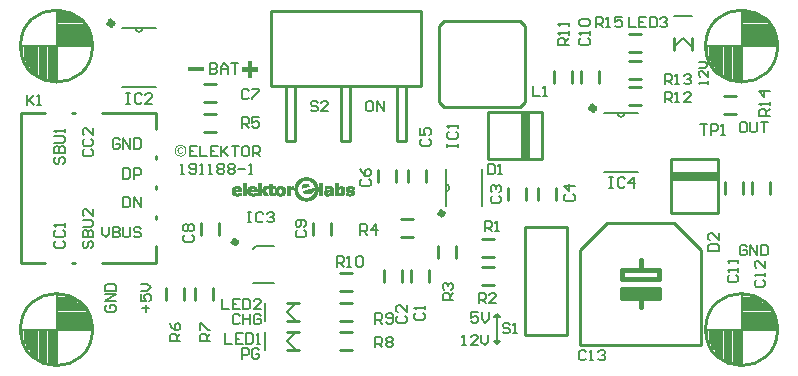
<source format=gto>
%FSLAX44Y44*%
%MOMM*%
G71*
G01*
G75*
G04 Layer_Color=65535*
%ADD10R,2.5000X2.3000*%
%ADD11R,1.2500X1.7500*%
%ADD12R,2.3000X2.5000*%
%ADD13R,1.7500X1.2500*%
%ADD14R,0.4318X1.4224*%
%ADD15R,2.4130X3.0988*%
%ADD16R,1.7272X0.5334*%
%ADD17R,2.0000X2.2000*%
%ADD18O,1.7000X0.3000*%
%ADD19R,1.5700X1.8800*%
%ADD20R,2.0000X4.1000*%
%ADD21C,0.4000*%
%ADD22C,1.8000*%
%ADD23C,1.2500*%
%ADD24C,0.5080*%
%ADD25C,1.7000*%
%ADD26C,0.3000*%
%ADD27C,0.6000*%
%ADD28C,0.1524*%
%ADD29C,2.2000*%
%ADD30C,1.5000*%
%ADD31C,0.7000*%
%ADD32C,1.2500*%
%ADD33C,0.6500*%
G04:AMPARAMS|DCode=34|XSize=3.2mm|YSize=1.6mm|CornerRadius=0.4mm|HoleSize=0mm|Usage=FLASHONLY|Rotation=90.000|XOffset=0mm|YOffset=0mm|HoleType=Round|Shape=RoundedRectangle|*
%AMROUNDEDRECTD34*
21,1,3.2000,0.8000,0,0,90.0*
21,1,2.4000,1.6000,0,0,90.0*
1,1,0.8000,0.4000,1.2000*
1,1,0.8000,0.4000,-1.2000*
1,1,0.8000,-0.4000,-1.2000*
1,1,0.8000,-0.4000,1.2000*
%
%ADD34ROUNDEDRECTD34*%
G04:AMPARAMS|DCode=35|XSize=3.2mm|YSize=1.6mm|CornerRadius=0.4mm|HoleSize=0mm|Usage=FLASHONLY|Rotation=180.000|XOffset=0mm|YOffset=0mm|HoleType=Round|Shape=RoundedRectangle|*
%AMROUNDEDRECTD35*
21,1,3.2000,0.8000,0,0,180.0*
21,1,2.4000,1.6000,0,0,180.0*
1,1,0.8000,-1.2000,0.4000*
1,1,0.8000,1.2000,0.4000*
1,1,0.8000,1.2000,-0.4000*
1,1,0.8000,-1.2000,-0.4000*
%
%ADD35ROUNDEDRECTD35*%
%ADD36C,1.7000*%
G04:AMPARAMS|DCode=37|XSize=1.6mm|YSize=1.6mm|CornerRadius=0.16mm|HoleSize=0mm|Usage=FLASHONLY|Rotation=180.000|XOffset=0mm|YOffset=0mm|HoleType=Round|Shape=RoundedRectangle|*
%AMROUNDEDRECTD37*
21,1,1.6000,1.2800,0,0,180.0*
21,1,1.2800,1.6000,0,0,180.0*
1,1,0.3200,-0.6400,0.6400*
1,1,0.3200,0.6400,0.6400*
1,1,0.3200,0.6400,-0.6400*
1,1,0.3200,-0.6400,-0.6400*
%
%ADD37ROUNDEDRECTD37*%
%ADD38C,0.8500*%
%ADD39C,1.1000*%
%ADD40C,0.8050*%
%ADD41C,0.8000*%
%ADD42C,0.5000*%
%ADD43C,0.2540*%
%ADD44C,0.0127*%
%ADD45C,0.2000*%
%ADD46C,0.1778*%
%ADD47R,1.3970X0.3810*%
%ADD48R,0.8000X3.0480*%
%ADD49R,0.7000X2.8000*%
%ADD50R,0.4000X2.5000*%
%ADD51R,0.4000X2.2000*%
%ADD52R,0.3000X1.8000*%
%ADD53R,0.2000X1.3000*%
%ADD54R,0.2480X0.8000*%
%ADD55R,3.0000X1.0000*%
%ADD56R,2.8000X0.5000*%
%ADD57R,2.5000X0.4000*%
%ADD58R,2.2000X0.4000*%
%ADD59R,1.8000X0.3000*%
%ADD60R,1.4000X0.2000*%
%ADD61R,0.9000X0.2000*%
G36*
X135232Y36469D02*
X135347Y36456D01*
X135486Y36443D01*
X135639Y36431D01*
X135804Y36405D01*
X135982Y36367D01*
X136185Y36316D01*
X136591Y36202D01*
X136820Y36126D01*
X137036Y36037D01*
X137264Y35935D01*
X137493Y35821D01*
X137506Y35808D01*
X137544Y35796D01*
X137607Y35758D01*
X137696Y35707D01*
X137798Y35631D01*
X137912Y35554D01*
X138039Y35453D01*
X138179Y35351D01*
X138331Y35224D01*
X138484Y35084D01*
X138636Y34932D01*
X138801Y34767D01*
X138954Y34589D01*
X139093Y34399D01*
X139246Y34183D01*
X139373Y33967D01*
X139385Y33954D01*
X139398Y33916D01*
X139436Y33853D01*
X139474Y33764D01*
X139525Y33649D01*
X139588Y33522D01*
X139652Y33370D01*
X139715Y33205D01*
X139766Y33014D01*
X139830Y32824D01*
X139944Y32392D01*
X140020Y31935D01*
X140033Y31693D01*
X140046Y31452D01*
Y31439D01*
Y31389D01*
Y31325D01*
X140033Y31236D01*
X140020Y31109D01*
X140008Y30982D01*
X139995Y30830D01*
X139957Y30652D01*
X139931Y30474D01*
X139881Y30271D01*
X139766Y29852D01*
X139690Y29623D01*
X139601Y29407D01*
X139487Y29179D01*
X139373Y28950D01*
X139360Y28938D01*
X139347Y28900D01*
X139309Y28836D01*
X139246Y28760D01*
X139182Y28658D01*
X139106Y28544D01*
X139004Y28404D01*
X138890Y28277D01*
X138763Y28125D01*
X138636Y27972D01*
X138484Y27820D01*
X138319Y27668D01*
X138128Y27515D01*
X137937Y27363D01*
X137734Y27223D01*
X137518Y27096D01*
X137506Y27083D01*
X137468Y27071D01*
X137404Y27033D01*
X137315Y26995D01*
X137201Y26944D01*
X137074Y26893D01*
X136922Y26829D01*
X136756Y26766D01*
X136579Y26702D01*
X136388Y26639D01*
X135956Y26537D01*
X135499Y26461D01*
X135258Y26448D01*
X135016Y26436D01*
X134889D01*
X134801Y26448D01*
X134674Y26461D01*
X134547Y26474D01*
X134394Y26486D01*
X134216Y26525D01*
X134039Y26550D01*
X133835Y26601D01*
X133416Y26715D01*
X133188Y26791D01*
X132972Y26880D01*
X132743Y26982D01*
X132515Y27096D01*
X132502Y27109D01*
X132464Y27122D01*
X132400Y27160D01*
X132324Y27223D01*
X132222Y27287D01*
X132108Y27363D01*
X131968Y27464D01*
X131841Y27579D01*
X131689Y27706D01*
X131537Y27845D01*
X131384Y27998D01*
X131232Y28163D01*
X131080Y28341D01*
X130927Y28531D01*
X130787Y28734D01*
X130660Y28950D01*
X130648Y28963D01*
X130635Y29001D01*
X130597Y29065D01*
X130559Y29153D01*
X130508Y29268D01*
X130457Y29395D01*
X130394Y29547D01*
X130330Y29712D01*
X130267Y29903D01*
X130203Y30093D01*
X130102Y30512D01*
X130025Y30970D01*
X130013Y31211D01*
X130000Y31452D01*
Y31465D01*
Y31516D01*
Y31579D01*
X130013Y31681D01*
X130025Y31795D01*
X130038Y31935D01*
X130051Y32087D01*
X130089Y32252D01*
X130114Y32443D01*
X130165Y32646D01*
X130279Y33065D01*
X130356Y33281D01*
X130457Y33510D01*
X130559Y33738D01*
X130673Y33967D01*
X130686Y33979D01*
X130698Y34018D01*
X130749Y34081D01*
X130800Y34170D01*
X130864Y34272D01*
X130953Y34386D01*
X131054Y34513D01*
X131156Y34653D01*
X131283Y34792D01*
X131422Y34945D01*
X131587Y35110D01*
X131753Y35262D01*
X131930Y35415D01*
X132121Y35554D01*
X132337Y35694D01*
X132553Y35821D01*
X132565Y35834D01*
X132604Y35846D01*
X132667Y35884D01*
X132756Y35923D01*
X132870Y35973D01*
X132997Y36024D01*
X133150Y36088D01*
X133315Y36151D01*
X133492Y36215D01*
X133683Y36278D01*
X134102Y36380D01*
X134547Y36456D01*
X134788Y36469D01*
X135016Y36481D01*
X135143D01*
X135232Y36469D01*
D02*
G37*
G36*
X195580Y102235D02*
X200660D01*
Y98425D01*
X195580D01*
Y93345D01*
X191770D01*
Y98425D01*
X186690D01*
Y102235D01*
X191770D01*
Y107315D01*
X195580D01*
Y102235D01*
D02*
G37*
%LPC*%
G36*
X135220Y35643D02*
X134915D01*
X134839Y35631D01*
X134737D01*
X134635Y35618D01*
X134508Y35592D01*
X134369Y35580D01*
X134051Y35516D01*
X133708Y35415D01*
X133340Y35275D01*
X133150Y35199D01*
X132959Y35097D01*
X132946D01*
X132921Y35072D01*
X132858Y35046D01*
X132794Y34996D01*
X132705Y34945D01*
X132616Y34869D01*
X132388Y34703D01*
X132134Y34475D01*
X131880Y34208D01*
X131626Y33903D01*
X131397Y33548D01*
Y33535D01*
X131372Y33497D01*
X131346Y33446D01*
X131308Y33370D01*
X131270Y33281D01*
X131219Y33179D01*
X131168Y33052D01*
X131118Y32913D01*
X131067Y32760D01*
X131016Y32595D01*
X130927Y32240D01*
X130864Y31859D01*
X130851Y31655D01*
X130838Y31452D01*
Y31439D01*
Y31401D01*
Y31351D01*
X130851Y31262D01*
Y31173D01*
X130864Y31058D01*
X130889Y30931D01*
X130902Y30779D01*
X130978Y30462D01*
X131067Y30119D01*
X131207Y29738D01*
X131283Y29560D01*
X131384Y29369D01*
X131397Y29357D01*
X131410Y29331D01*
X131448Y29281D01*
X131486Y29204D01*
X131549Y29128D01*
X131613Y29027D01*
X131791Y28811D01*
X132007Y28557D01*
X132273Y28303D01*
X132578Y28049D01*
X132934Y27820D01*
X132946D01*
X132985Y27795D01*
X133035Y27769D01*
X133111Y27731D01*
X133200Y27693D01*
X133315Y27642D01*
X133429Y27604D01*
X133569Y27553D01*
X133886Y27452D01*
X134242Y27363D01*
X134623Y27299D01*
X134813Y27287D01*
X135016Y27274D01*
X135118D01*
X135207Y27287D01*
X135296D01*
X135410Y27299D01*
X135550Y27325D01*
X135690Y27337D01*
X136007Y27414D01*
X136363Y27503D01*
X136731Y27642D01*
X136909Y27718D01*
X137099Y27820D01*
X137112Y27833D01*
X137150Y27845D01*
X137201Y27884D01*
X137264Y27922D01*
X137353Y27985D01*
X137442Y28049D01*
X137671Y28226D01*
X137925Y28442D01*
X138179Y28709D01*
X138420Y29014D01*
X138649Y29369D01*
X138661Y29382D01*
X138674Y29420D01*
X138700Y29471D01*
X138738Y29547D01*
X138776Y29636D01*
X138827Y29738D01*
X138877Y29865D01*
X138928Y30004D01*
X138979Y30157D01*
X139030Y30309D01*
X139119Y30665D01*
X139182Y31046D01*
X139207Y31249D01*
Y31452D01*
Y31465D01*
Y31503D01*
Y31554D01*
X139195Y31643D01*
Y31732D01*
X139182Y31846D01*
X139157Y31986D01*
X139131Y32125D01*
X139068Y32443D01*
X138966Y32798D01*
X138827Y33167D01*
X138738Y33357D01*
X138636Y33548D01*
Y33560D01*
X138611Y33598D01*
X138573Y33649D01*
X138534Y33713D01*
X138471Y33802D01*
X138407Y33891D01*
X138230Y34119D01*
X138014Y34373D01*
X137747Y34627D01*
X137430Y34869D01*
X137074Y35097D01*
X137061Y35110D01*
X137023Y35122D01*
X136972Y35148D01*
X136896Y35186D01*
X136807Y35224D01*
X136706Y35275D01*
X136579Y35326D01*
X136439Y35377D01*
X136134Y35465D01*
X135779Y35554D01*
X135410Y35618D01*
X135220Y35643D01*
D02*
G37*
%LPD*%
G36*
X135309Y34259D02*
X135398Y34246D01*
X135601Y34221D01*
X135829Y34170D01*
X136083Y34094D01*
X136325Y33979D01*
X136553Y33840D01*
X136566D01*
X136579Y33827D01*
X136655Y33764D01*
X136756Y33675D01*
X136883Y33535D01*
X137010Y33383D01*
X137150Y33179D01*
X137264Y32951D01*
X137366Y32697D01*
X136579Y32494D01*
X136566Y32519D01*
X136540Y32570D01*
X136490Y32659D01*
X136426Y32773D01*
X136350Y32900D01*
X136236Y33027D01*
X136121Y33141D01*
X135982Y33256D01*
X135969Y33268D01*
X135918Y33294D01*
X135829Y33345D01*
X135715Y33395D01*
X135588Y33433D01*
X135436Y33484D01*
X135258Y33510D01*
X135067Y33522D01*
X134991D01*
X134940Y33510D01*
X134801Y33497D01*
X134623Y33459D01*
X134420Y33395D01*
X134204Y33294D01*
X134001Y33154D01*
X133899Y33078D01*
X133797Y32976D01*
X133772Y32951D01*
X133721Y32875D01*
X133645Y32748D01*
X133556Y32582D01*
X133454Y32354D01*
X133378Y32087D01*
X133327Y31770D01*
X133302Y31414D01*
Y31401D01*
Y31376D01*
Y31312D01*
X133315Y31249D01*
Y31160D01*
X133327Y31071D01*
X133365Y30843D01*
X133416Y30589D01*
X133492Y30335D01*
X133607Y30093D01*
X133759Y29877D01*
X133785Y29852D01*
X133848Y29801D01*
X133950Y29712D01*
X134089Y29623D01*
X134267Y29522D01*
X134470Y29433D01*
X134712Y29382D01*
X134978Y29357D01*
X135080D01*
X135194Y29369D01*
X135334Y29395D01*
X135499Y29446D01*
X135664Y29496D01*
X135842Y29585D01*
X136020Y29700D01*
X136045Y29712D01*
X136096Y29763D01*
X136172Y29839D01*
X136274Y29954D01*
X136375Y30081D01*
X136464Y30246D01*
X136566Y30436D01*
X136629Y30652D01*
X137455Y30411D01*
Y30398D01*
X137442Y30373D01*
X137430Y30335D01*
X137417Y30271D01*
X137391Y30208D01*
X137353Y30119D01*
X137277Y29928D01*
X137163Y29712D01*
X137010Y29496D01*
X136833Y29281D01*
X136604Y29077D01*
X136591D01*
X136579Y29052D01*
X136540Y29027D01*
X136490Y29001D01*
X136426Y28963D01*
X136350Y28925D01*
X136159Y28836D01*
X135931Y28734D01*
X135664Y28658D01*
X135359Y28607D01*
X135029Y28582D01*
X134915D01*
X134839Y28595D01*
X134737Y28607D01*
X134623Y28620D01*
X134496Y28646D01*
X134356Y28671D01*
X134051Y28760D01*
X133899Y28823D01*
X133734Y28900D01*
X133569Y28988D01*
X133416Y29090D01*
X133264Y29204D01*
X133124Y29331D01*
X133111Y29344D01*
X133099Y29369D01*
X133061Y29407D01*
X133010Y29471D01*
X132959Y29547D01*
X132896Y29649D01*
X132832Y29750D01*
X132769Y29877D01*
X132692Y30017D01*
X132629Y30182D01*
X132565Y30360D01*
X132515Y30538D01*
X132464Y30741D01*
X132426Y30957D01*
X132413Y31198D01*
X132400Y31439D01*
Y31452D01*
Y31478D01*
Y31528D01*
Y31592D01*
X132413Y31668D01*
Y31757D01*
X132438Y31960D01*
X132477Y32201D01*
X132540Y32455D01*
X132616Y32710D01*
X132731Y32964D01*
Y32976D01*
X132743Y32989D01*
X132794Y33065D01*
X132870Y33192D01*
X132972Y33332D01*
X133111Y33484D01*
X133264Y33649D01*
X133454Y33802D01*
X133670Y33941D01*
X133683D01*
X133696Y33954D01*
X133734Y33967D01*
X133785Y33992D01*
X133912Y34043D01*
X134077Y34107D01*
X134293Y34170D01*
X134534Y34221D01*
X134801Y34259D01*
X135093Y34272D01*
X135245D01*
X135309Y34259D01*
D02*
G37*
D21*
X524510Y-68780D02*
Y-61280D01*
Y-101280D02*
Y-93280D01*
X540510Y-77280D02*
Y-69280D01*
X508510D02*
X540510D01*
X508510Y-77280D02*
Y-69280D01*
Y-85280D02*
X540510D01*
X508510Y-93280D02*
Y-85280D01*
Y-93280D02*
X540510D01*
Y-85280D01*
X508510Y-77280D02*
X540510D01*
X508510Y-90280D02*
X540510D01*
X508510Y-88280D02*
X540510Y-87280D01*
D28*
X359506Y-3048D02*
G03*
X359506Y3048I0J3048D01*
G01*
X504952Y63119D02*
G03*
X511048Y63119I3048J0D01*
G01*
X96952Y135019D02*
G03*
X103048Y135019I3048J0D01*
G01*
X402590Y-132080D02*
X405130Y-129540D01*
X400050D02*
X405130D01*
X400050D02*
X402590Y-132080D01*
Y-106680D02*
X405130Y-109220D01*
X400050D02*
X405130D01*
X400050D02*
X402590Y-106680D01*
Y-132080D02*
Y-106680D01*
X359506Y-15494D02*
Y15494D01*
X390494Y-15494D02*
Y15494D01*
X493678Y63119D02*
X522322D01*
X493678Y13081D02*
X522322D01*
X85678Y135019D02*
X114322D01*
X85678Y84981D02*
X114322D01*
X334224Y-105835D02*
X332743Y-107316D01*
Y-110279D01*
X334224Y-111760D01*
X340149D01*
X341630Y-110279D01*
Y-107316D01*
X340149Y-105835D01*
X341630Y-102873D02*
Y-99910D01*
Y-101392D01*
X332743D01*
X334224Y-102873D01*
X319238Y-108375D02*
X317757Y-109856D01*
Y-112819D01*
X319238Y-114300D01*
X325163D01*
X326644Y-112819D01*
Y-109856D01*
X325163Y-108375D01*
X326644Y-99488D02*
Y-105413D01*
X320719Y-99488D01*
X319238D01*
X317757Y-100969D01*
Y-103932D01*
X319238Y-105413D01*
X398994Y-6775D02*
X397513Y-8256D01*
Y-11219D01*
X398994Y-12700D01*
X404919D01*
X406400Y-11219D01*
Y-8256D01*
X404919Y-6775D01*
X398994Y-3813D02*
X397513Y-2332D01*
Y631D01*
X398994Y2112D01*
X400475D01*
X401956Y631D01*
Y-851D01*
Y631D01*
X403438Y2112D01*
X404919D01*
X406400Y631D01*
Y-2332D01*
X404919Y-3813D01*
X461224Y-5505D02*
X459743Y-6986D01*
Y-9949D01*
X461224Y-11430D01*
X467149D01*
X468630Y-9949D01*
Y-6986D01*
X467149Y-5505D01*
X468630Y1901D02*
X459743D01*
X464186Y-2543D01*
Y3382D01*
X339304Y41485D02*
X337823Y40004D01*
Y37041D01*
X339304Y35560D01*
X345229D01*
X346710Y37041D01*
Y40004D01*
X345229Y41485D01*
X337823Y50372D02*
Y44447D01*
X342266D01*
X340785Y47410D01*
Y48891D01*
X342266Y50372D01*
X345229D01*
X346710Y48891D01*
Y45928D01*
X345229Y44447D01*
X288504Y7195D02*
X287023Y5714D01*
Y2751D01*
X288504Y1270D01*
X294429D01*
X295910Y2751D01*
Y5714D01*
X294429Y7195D01*
X287023Y16082D02*
X288504Y13119D01*
X291466Y10157D01*
X294429D01*
X295910Y11638D01*
Y14601D01*
X294429Y16082D01*
X292948D01*
X291466Y14601D01*
Y10157D01*
X192615Y82336D02*
X191134Y83817D01*
X188171D01*
X186690Y82336D01*
Y76411D01*
X188171Y74930D01*
X191134D01*
X192615Y76411D01*
X195577Y83817D02*
X201502D01*
Y82336D01*
X195577Y76411D01*
Y74930D01*
X394970Y20317D02*
Y11430D01*
X399414D01*
X400895Y12911D01*
Y18836D01*
X399414Y20317D01*
X394970D01*
X403857Y11430D02*
X406819D01*
X405338D01*
Y20317D01*
X403857Y18836D01*
X360683Y34290D02*
Y37252D01*
Y35771D01*
X369570D01*
Y34290D01*
Y37252D01*
X362164Y47621D02*
X360683Y46139D01*
Y43177D01*
X362164Y41696D01*
X368089D01*
X369570Y43177D01*
Y46139D01*
X368089Y47621D01*
X369570Y50583D02*
Y53545D01*
Y52064D01*
X360683D01*
X362164Y50583D01*
X88900Y80007D02*
X91862D01*
X90381D01*
Y71120D01*
X88900D01*
X91862D01*
X102231Y78526D02*
X100750Y80007D01*
X97787D01*
X96306Y78526D01*
Y72601D01*
X97787Y71120D01*
X100750D01*
X102231Y72601D01*
X111118Y71120D02*
X105193D01*
X111118Y77045D01*
Y78526D01*
X109637Y80007D01*
X106674D01*
X105193Y78526D01*
X191770Y-20323D02*
X194732D01*
X193251D01*
Y-29210D01*
X191770D01*
X194732D01*
X205101Y-21804D02*
X203619Y-20323D01*
X200657D01*
X199176Y-21804D01*
Y-27729D01*
X200657Y-29210D01*
X203619D01*
X205101Y-27729D01*
X208063Y-21804D02*
X209544Y-20323D01*
X212507D01*
X213988Y-21804D01*
Y-23285D01*
X212507Y-24766D01*
X211025D01*
X212507D01*
X213988Y-26248D01*
Y-27729D01*
X212507Y-29210D01*
X209544D01*
X208063Y-27729D01*
X5000Y78887D02*
Y70000D01*
Y72962D01*
X10925Y78887D01*
X6481Y74443D01*
X10925Y70000D01*
X13887D02*
X16849D01*
X15368D01*
Y78887D01*
X13887Y77406D01*
X433070Y86357D02*
Y77470D01*
X438995D01*
X441957D02*
X444920D01*
X443438D01*
Y86357D01*
X441957Y84876D01*
X172720Y-123193D02*
Y-132080D01*
X178645D01*
X187532Y-123193D02*
X181607D01*
Y-132080D01*
X187532D01*
X181607Y-127636D02*
X184569D01*
X190494Y-123193D02*
Y-132080D01*
X194938D01*
X196419Y-130599D01*
Y-124674D01*
X194938Y-123193D01*
X190494D01*
X199381Y-132080D02*
X202344D01*
X200863D01*
Y-123193D01*
X199381Y-124674D01*
X170180Y-93983D02*
Y-102870D01*
X176105D01*
X184992Y-93983D02*
X179067D01*
Y-102870D01*
X184992D01*
X179067Y-98426D02*
X182029D01*
X187954Y-93983D02*
Y-102870D01*
X192398D01*
X193879Y-101389D01*
Y-95464D01*
X192398Y-93983D01*
X187954D01*
X202766Y-102870D02*
X196841D01*
X202766Y-96945D01*
Y-95464D01*
X201285Y-93983D01*
X198323D01*
X196841Y-95464D01*
X392430Y-36830D02*
Y-27943D01*
X396874D01*
X398355Y-29424D01*
Y-32386D01*
X396874Y-33868D01*
X392430D01*
X395392D02*
X398355Y-36830D01*
X401317D02*
X404280D01*
X402798D01*
Y-27943D01*
X401317Y-29424D01*
X387350Y-97790D02*
Y-88903D01*
X391794D01*
X393275Y-90384D01*
Y-93346D01*
X391794Y-94828D01*
X387350D01*
X390312D02*
X393275Y-97790D01*
X402162D02*
X396237D01*
X402162Y-91865D01*
Y-90384D01*
X400681Y-88903D01*
X397718D01*
X396237Y-90384D01*
X365760Y-95250D02*
X356873D01*
Y-90806D01*
X358354Y-89325D01*
X361316D01*
X362798Y-90806D01*
Y-95250D01*
Y-92288D02*
X365760Y-89325D01*
X358354Y-86363D02*
X356873Y-84882D01*
Y-81919D01*
X358354Y-80438D01*
X359835D01*
X361316Y-81919D01*
Y-83400D01*
Y-81919D01*
X362798Y-80438D01*
X364279D01*
X365760Y-81919D01*
Y-84882D01*
X364279Y-86363D01*
X287220Y-39850D02*
Y-30963D01*
X291664D01*
X293145Y-32444D01*
Y-35406D01*
X291664Y-36888D01*
X287220D01*
X290182D02*
X293145Y-39850D01*
X300551D02*
Y-30963D01*
X296107Y-35406D01*
X302032D01*
X186690Y50800D02*
Y59687D01*
X191134D01*
X192615Y58206D01*
Y55244D01*
X191134Y53762D01*
X186690D01*
X189652D02*
X192615Y50800D01*
X201502Y59687D02*
X195577D01*
Y55244D01*
X198540Y56725D01*
X200021D01*
X201502Y55244D01*
Y52281D01*
X200021Y50800D01*
X197058D01*
X195577Y52281D01*
X134620Y-129540D02*
X125733D01*
Y-125096D01*
X127214Y-123615D01*
X130176D01*
X131658Y-125096D01*
Y-129540D01*
Y-126578D02*
X134620Y-123615D01*
X125733Y-114728D02*
X127214Y-117690D01*
X130176Y-120653D01*
X133139D01*
X134620Y-119172D01*
Y-116209D01*
X133139Y-114728D01*
X131658D01*
X130176Y-116209D01*
Y-120653D01*
X160020Y-129540D02*
X151133D01*
Y-125096D01*
X152614Y-123615D01*
X155576D01*
X157058Y-125096D01*
Y-129540D01*
Y-126578D02*
X160020Y-123615D01*
X151133Y-120653D02*
Y-114728D01*
X152614D01*
X158539Y-120653D01*
X160020D01*
X300000Y-135000D02*
Y-126113D01*
X304444D01*
X305925Y-127594D01*
Y-130556D01*
X304444Y-132038D01*
X300000D01*
X302962D02*
X305925Y-135000D01*
X308887Y-127594D02*
X310368Y-126113D01*
X313331D01*
X314812Y-127594D01*
Y-129075D01*
X313331Y-130556D01*
X314812Y-132038D01*
Y-133519D01*
X313331Y-135000D01*
X310368D01*
X308887Y-133519D01*
Y-132038D01*
X310368Y-130556D01*
X308887Y-129075D01*
Y-127594D01*
X310368Y-130556D02*
X313331D01*
X300000Y-115000D02*
Y-106113D01*
X304444D01*
X305925Y-107594D01*
Y-110556D01*
X304444Y-112038D01*
X300000D01*
X302962D02*
X305925Y-115000D01*
X308887Y-113519D02*
X310368Y-115000D01*
X313331D01*
X314812Y-113519D01*
Y-107594D01*
X313331Y-106113D01*
X310368D01*
X308887Y-107594D01*
Y-109075D01*
X310368Y-110556D01*
X314812D01*
X267462Y-66802D02*
Y-57915D01*
X271906D01*
X273387Y-59396D01*
Y-62358D01*
X271906Y-63840D01*
X267462D01*
X270424D02*
X273387Y-66802D01*
X276349D02*
X279312D01*
X277830D01*
Y-57915D01*
X276349Y-59396D01*
X283755D02*
X285236Y-57915D01*
X288199D01*
X289680Y-59396D01*
Y-65321D01*
X288199Y-66802D01*
X285236D01*
X283755Y-65321D01*
Y-59396D01*
X251035Y72176D02*
X249554Y73657D01*
X246591D01*
X245110Y72176D01*
Y70695D01*
X246591Y69214D01*
X249554D01*
X251035Y67732D01*
Y66251D01*
X249554Y64770D01*
X246591D01*
X245110Y66251D01*
X259922Y64770D02*
X253997D01*
X259922Y70695D01*
Y72176D01*
X258441Y73657D01*
X255478D01*
X253997Y72176D01*
X138644Y-39795D02*
X137163Y-41276D01*
Y-44239D01*
X138644Y-45720D01*
X144569D01*
X146050Y-44239D01*
Y-41276D01*
X144569Y-39795D01*
X138644Y-36833D02*
X137163Y-35352D01*
Y-32389D01*
X138644Y-30908D01*
X140125D01*
X141606Y-32389D01*
X143088Y-30908D01*
X144569D01*
X146050Y-32389D01*
Y-35352D01*
X144569Y-36833D01*
X143088D01*
X141606Y-35352D01*
X140125Y-36833D01*
X138644D01*
X141606Y-35352D02*
Y-32389D01*
X233894Y-35985D02*
X232413Y-37466D01*
Y-40429D01*
X233894Y-41910D01*
X239819D01*
X241300Y-40429D01*
Y-37466D01*
X239819Y-35985D01*
Y-33023D02*
X241300Y-31542D01*
Y-28579D01*
X239819Y-27098D01*
X233894D01*
X232413Y-28579D01*
Y-31542D01*
X233894Y-33023D01*
X235375D01*
X236856Y-31542D01*
Y-27098D01*
X473924Y126575D02*
X472443Y125094D01*
Y122131D01*
X473924Y120650D01*
X479849D01*
X481330Y122131D01*
Y125094D01*
X479849Y126575D01*
X481330Y129537D02*
Y132500D01*
Y131018D01*
X472443D01*
X473924Y129537D01*
Y136943D02*
X472443Y138424D01*
Y141387D01*
X473924Y142868D01*
X479849D01*
X481330Y141387D01*
Y138424D01*
X479849Y136943D01*
X473924D01*
X599654Y-74085D02*
X598173Y-75566D01*
Y-78529D01*
X599654Y-80010D01*
X605579D01*
X607060Y-78529D01*
Y-75566D01*
X605579Y-74085D01*
X607060Y-71123D02*
Y-68161D01*
Y-69642D01*
X598173D01*
X599654Y-71123D01*
X607060Y-63717D02*
Y-60755D01*
Y-62236D01*
X598173D01*
X599654Y-63717D01*
X622514Y-77895D02*
X621033Y-79376D01*
Y-82339D01*
X622514Y-83820D01*
X628439D01*
X629920Y-82339D01*
Y-79376D01*
X628439Y-77895D01*
X629920Y-74933D02*
Y-71971D01*
Y-73452D01*
X621033D01*
X622514Y-74933D01*
X629920Y-61602D02*
Y-67527D01*
X623995Y-61602D01*
X622514D01*
X621033Y-63083D01*
Y-66046D01*
X622514Y-67527D01*
X478365Y-138644D02*
X476884Y-137163D01*
X473921D01*
X472440Y-138644D01*
Y-144569D01*
X473921Y-146050D01*
X476884D01*
X478365Y-144569D01*
X481327Y-146050D02*
X484290D01*
X482808D01*
Y-137163D01*
X481327Y-138644D01*
X488733D02*
X490214Y-137163D01*
X493177D01*
X494658Y-138644D01*
Y-140125D01*
X493177Y-141606D01*
X491695D01*
X493177D01*
X494658Y-143088D01*
Y-144569D01*
X493177Y-146050D01*
X490214D01*
X488733Y-144569D01*
X581663Y-53340D02*
X590550D01*
Y-48896D01*
X589069Y-47415D01*
X583144D01*
X581663Y-48896D01*
Y-53340D01*
X590550Y-38528D02*
Y-44453D01*
X584625Y-38528D01*
X583144D01*
X581663Y-40009D01*
Y-42972D01*
X583144Y-44453D01*
X497840Y8887D02*
X500802D01*
X499321D01*
Y0D01*
X497840D01*
X500802D01*
X511171Y7406D02*
X509689Y8887D01*
X506727D01*
X505246Y7406D01*
Y1481D01*
X506727Y0D01*
X509689D01*
X511171Y1481D01*
X518577Y0D02*
Y8887D01*
X514133Y4444D01*
X520058D01*
X514350Y144777D02*
Y135890D01*
X520275D01*
X529162Y144777D02*
X523237D01*
Y135890D01*
X529162D01*
X523237Y140334D02*
X526199D01*
X532124Y144777D02*
Y135890D01*
X536568D01*
X538049Y137371D01*
Y143296D01*
X536568Y144777D01*
X532124D01*
X541011Y143296D02*
X542493Y144777D01*
X545455D01*
X546936Y143296D01*
Y141815D01*
X545455Y140334D01*
X543974D01*
X545455D01*
X546936Y138852D01*
Y137371D01*
X545455Y135890D01*
X542493D01*
X541011Y137371D01*
X463550Y120650D02*
X454663D01*
Y125094D01*
X456144Y126575D01*
X459106D01*
X460588Y125094D01*
Y120650D01*
Y123612D02*
X463550Y126575D01*
Y129537D02*
Y132500D01*
Y131018D01*
X454663D01*
X456144Y129537D01*
X463550Y136943D02*
Y139905D01*
Y138424D01*
X454663D01*
X456144Y136943D01*
X544830Y72390D02*
Y81277D01*
X549274D01*
X550755Y79796D01*
Y76834D01*
X549274Y75352D01*
X544830D01*
X547792D02*
X550755Y72390D01*
X553717D02*
X556679D01*
X555198D01*
Y81277D01*
X553717Y79796D01*
X567048Y72390D02*
X561123D01*
X567048Y78315D01*
Y79796D01*
X565567Y81277D01*
X562604D01*
X561123Y79796D01*
X544830Y87630D02*
Y96517D01*
X549274D01*
X550755Y95036D01*
Y92074D01*
X549274Y90592D01*
X544830D01*
X547792D02*
X550755Y87630D01*
X553717D02*
X556679D01*
X555198D01*
Y96517D01*
X553717Y95036D01*
X561123D02*
X562604Y96517D01*
X565567D01*
X567048Y95036D01*
Y93555D01*
X565567Y92074D01*
X564085D01*
X565567D01*
X567048Y90592D01*
Y89111D01*
X565567Y87630D01*
X562604D01*
X561123Y89111D01*
X633730Y60960D02*
X624843D01*
Y65404D01*
X626324Y66885D01*
X629286D01*
X630768Y65404D01*
Y60960D01*
Y63922D02*
X633730Y66885D01*
Y69847D02*
Y72810D01*
Y71328D01*
X624843D01*
X626324Y69847D01*
X633730Y81697D02*
X624843D01*
X629286Y77253D01*
Y83178D01*
X486410Y135890D02*
Y144777D01*
X490854D01*
X492335Y143296D01*
Y140334D01*
X490854Y138852D01*
X486410D01*
X489372D02*
X492335Y135890D01*
X495297D02*
X498260D01*
X496778D01*
Y144777D01*
X495297Y143296D01*
X508628Y144777D02*
X502703D01*
Y140334D01*
X505665Y141815D01*
X507147D01*
X508628Y140334D01*
Y137371D01*
X507147Y135890D01*
X504184D01*
X502703Y137371D01*
X413595Y-115784D02*
X412114Y-114303D01*
X409151D01*
X407670Y-115784D01*
Y-117265D01*
X409151Y-118746D01*
X412114D01*
X413595Y-120228D01*
Y-121709D01*
X412114Y-123190D01*
X409151D01*
X407670Y-121709D01*
X416557Y-123190D02*
X419520D01*
X418038D01*
Y-114303D01*
X416557Y-115784D01*
X575000Y53887D02*
X580925D01*
X577962D01*
Y45000D01*
X583887D02*
Y53887D01*
X588331D01*
X589812Y52406D01*
Y49444D01*
X588331Y47962D01*
X583887D01*
X592774Y45000D02*
X595737D01*
X594255D01*
Y53887D01*
X592774Y52406D01*
X373380Y-133350D02*
X376342D01*
X374861D01*
Y-124463D01*
X373380Y-125944D01*
X386711Y-133350D02*
X380786D01*
X386711Y-127425D01*
Y-125944D01*
X385229Y-124463D01*
X382267D01*
X380786Y-125944D01*
X389673Y-124463D02*
Y-130388D01*
X392635Y-133350D01*
X395598Y-130388D01*
Y-124463D01*
X386925Y-105413D02*
X381000D01*
Y-109856D01*
X383962Y-108375D01*
X385444D01*
X386925Y-109856D01*
Y-112819D01*
X385444Y-114300D01*
X382481D01*
X381000Y-112819D01*
X389887Y-105413D02*
Y-111338D01*
X392850Y-114300D01*
X395812Y-111338D01*
Y-105413D01*
X184995Y-108164D02*
X183514Y-106683D01*
X180551D01*
X179070Y-108164D01*
Y-114089D01*
X180551Y-115570D01*
X183514D01*
X184995Y-114089D01*
X187957Y-106683D02*
Y-115570D01*
Y-111126D01*
X193882D01*
Y-106683D01*
Y-115570D01*
X202769Y-108164D02*
X201288Y-106683D01*
X198325D01*
X196844Y-108164D01*
Y-114089D01*
X198325Y-115570D01*
X201288D01*
X202769Y-114089D01*
Y-111126D01*
X199807D01*
X186690Y-144780D02*
Y-135893D01*
X191134D01*
X192615Y-137374D01*
Y-140336D01*
X191134Y-141818D01*
X186690D01*
X201502Y-137374D02*
X200021Y-135893D01*
X197058D01*
X195577Y-137374D01*
Y-143299D01*
X197058Y-144780D01*
X200021D01*
X201502Y-143299D01*
Y-140336D01*
X198540D01*
X135000Y11550D02*
X137962D01*
X136481D01*
Y20437D01*
X135000Y18956D01*
X142406Y13031D02*
X143887Y11550D01*
X146849D01*
X148331Y13031D01*
Y18956D01*
X146849Y20437D01*
X143887D01*
X142406Y18956D01*
Y17475D01*
X143887Y15993D01*
X148331D01*
X151293Y11550D02*
X154255D01*
X152774D01*
Y20437D01*
X151293Y18956D01*
X158699Y11550D02*
X161661D01*
X160180D01*
Y20437D01*
X158699Y18956D01*
X166105D02*
X167586Y20437D01*
X170548D01*
X172030Y18956D01*
Y17475D01*
X170548Y15993D01*
X172030Y14512D01*
Y13031D01*
X170548Y11550D01*
X167586D01*
X166105Y13031D01*
Y14512D01*
X167586Y15993D01*
X166105Y17475D01*
Y18956D01*
X167586Y15993D02*
X170548D01*
X174992Y18956D02*
X176473Y20437D01*
X179436D01*
X180917Y18956D01*
Y17475D01*
X179436Y15993D01*
X180917Y14512D01*
Y13031D01*
X179436Y11550D01*
X176473D01*
X174992Y13031D01*
Y14512D01*
X176473Y15993D01*
X174992Y17475D01*
Y18956D01*
X176473Y15993D02*
X179436D01*
X183879D02*
X189804D01*
X192766Y11550D02*
X195729D01*
X194247D01*
Y20437D01*
X192766Y18956D01*
X148625Y35437D02*
X142700D01*
Y26550D01*
X148625D01*
X142700Y30993D02*
X145662D01*
X151587Y35437D02*
Y26550D01*
X157512D01*
X166399Y35437D02*
X160474D01*
Y26550D01*
X166399D01*
X160474Y30993D02*
X163437D01*
X169361Y35437D02*
Y26550D01*
Y29512D01*
X175286Y35437D01*
X170842Y30993D01*
X175286Y26550D01*
X178249Y35437D02*
X184173D01*
X181211D01*
Y26550D01*
X191579Y35437D02*
X188617D01*
X187136Y33956D01*
Y28031D01*
X188617Y26550D01*
X191579D01*
X193060Y28031D01*
Y33956D01*
X191579Y35437D01*
X196023Y26550D02*
Y35437D01*
X200466D01*
X201947Y33956D01*
Y30993D01*
X200466Y29512D01*
X196023D01*
X198985D02*
X201947Y26550D01*
X296544Y73657D02*
X293581D01*
X292100Y72176D01*
Y66251D01*
X293581Y64770D01*
X296544D01*
X298025Y66251D01*
Y72176D01*
X296544Y73657D01*
X300987Y64770D02*
Y73657D01*
X306912Y64770D01*
Y73657D01*
X160020Y105407D02*
Y96520D01*
X164464D01*
X165945Y98001D01*
Y99482D01*
X164464Y100964D01*
X160020D01*
X164464D01*
X165945Y102445D01*
Y103926D01*
X164464Y105407D01*
X160020D01*
X168907Y96520D02*
Y102445D01*
X171870Y105407D01*
X174832Y102445D01*
Y96520D01*
Y100964D01*
X168907D01*
X177794Y105407D02*
X183719D01*
X180757D01*
Y96520D01*
X612774Y55877D02*
X609811D01*
X608330Y54396D01*
Y48471D01*
X609811Y46990D01*
X612774D01*
X614255Y48471D01*
Y54396D01*
X612774Y55877D01*
X617217D02*
Y48471D01*
X618698Y46990D01*
X621661D01*
X623142Y48471D01*
Y55877D01*
X626104D02*
X632029D01*
X629067D01*
Y46990D01*
X614255Y-49744D02*
X612774Y-48263D01*
X609811D01*
X608330Y-49744D01*
Y-55669D01*
X609811Y-57150D01*
X612774D01*
X614255Y-55669D01*
Y-52706D01*
X611292D01*
X617217Y-57150D02*
Y-48263D01*
X623142Y-57150D01*
Y-48263D01*
X626104D02*
Y-57150D01*
X630548D01*
X632029Y-55669D01*
Y-49744D01*
X630548Y-48263D01*
X626104D01*
X105556Y-105000D02*
Y-99075D01*
X102594Y-102038D02*
X108519D01*
X101113Y-90188D02*
Y-96113D01*
X105556D01*
X104075Y-93151D01*
Y-91669D01*
X105556Y-90188D01*
X108519D01*
X110000Y-91669D01*
Y-94632D01*
X108519Y-96113D01*
X101113Y-87226D02*
X107038D01*
X110000Y-84263D01*
X107038Y-81301D01*
X101113D01*
X72594Y-99075D02*
X71113Y-100556D01*
Y-103519D01*
X72594Y-105000D01*
X78519D01*
X80000Y-103519D01*
Y-100556D01*
X78519Y-99075D01*
X75556D01*
Y-102038D01*
X80000Y-96113D02*
X71113D01*
X80000Y-90188D01*
X71113D01*
Y-87226D02*
X80000D01*
Y-82782D01*
X78519Y-81301D01*
X72594D01*
X71113Y-82782D01*
Y-87226D01*
X581270Y87540D02*
Y90079D01*
Y88810D01*
X573652D01*
X574922Y87540D01*
X581270Y98966D02*
Y93888D01*
X576192Y98966D01*
X574922D01*
X573652Y97697D01*
Y95157D01*
X574922Y93888D01*
X573652Y101505D02*
X578731D01*
X581270Y104045D01*
X578731Y106584D01*
X573652D01*
X86360Y-7623D02*
Y-16510D01*
X90804D01*
X92285Y-15029D01*
Y-9104D01*
X90804Y-7623D01*
X86360D01*
X95247Y-16510D02*
Y-7623D01*
X101172Y-16510D01*
Y-7623D01*
X86360Y16507D02*
Y7620D01*
X90804D01*
X92285Y9101D01*
Y15026D01*
X90804Y16507D01*
X86360D01*
X95247Y7620D02*
Y16507D01*
X99691D01*
X101172Y15026D01*
Y12064D01*
X99691Y10582D01*
X95247D01*
X68580Y-33023D02*
Y-38948D01*
X71542Y-41910D01*
X74505Y-38948D01*
Y-33023D01*
X77467D02*
Y-41910D01*
X81911D01*
X83392Y-40429D01*
Y-38948D01*
X81911Y-37466D01*
X77467D01*
X81911D01*
X83392Y-35985D01*
Y-34504D01*
X81911Y-33023D01*
X77467D01*
X86354D02*
Y-40429D01*
X87835Y-41910D01*
X90798D01*
X92279Y-40429D01*
Y-33023D01*
X101166Y-34504D02*
X99685Y-33023D01*
X96723D01*
X95241Y-34504D01*
Y-35985D01*
X96723Y-37466D01*
X99685D01*
X101166Y-38948D01*
Y-40429D01*
X99685Y-41910D01*
X96723D01*
X95241Y-40429D01*
X83395Y40426D02*
X81914Y41907D01*
X78951D01*
X77470Y40426D01*
Y34501D01*
X78951Y33020D01*
X81914D01*
X83395Y34501D01*
Y37464D01*
X80432D01*
X86357Y33020D02*
Y41907D01*
X92282Y33020D01*
Y41907D01*
X95244D02*
Y33020D01*
X99688D01*
X101169Y34501D01*
Y40426D01*
X99688Y41907D01*
X95244D01*
X53554Y-44875D02*
X52073Y-46356D01*
Y-49319D01*
X53554Y-50800D01*
X55035D01*
X56516Y-49319D01*
Y-46356D01*
X57998Y-44875D01*
X59479D01*
X60960Y-46356D01*
Y-49319D01*
X59479Y-50800D01*
X52073Y-41913D02*
X60960D01*
Y-37469D01*
X59479Y-35988D01*
X57998D01*
X56516Y-37469D01*
Y-41913D01*
Y-37469D01*
X55035Y-35988D01*
X53554D01*
X52073Y-37469D01*
Y-41913D01*
Y-33026D02*
X59479D01*
X60960Y-31545D01*
Y-28582D01*
X59479Y-27101D01*
X52073D01*
X60960Y-18214D02*
Y-24139D01*
X55035Y-18214D01*
X53554D01*
X52073Y-19695D01*
Y-22657D01*
X53554Y-24139D01*
X29424Y-44875D02*
X27943Y-46356D01*
Y-49319D01*
X29424Y-50800D01*
X35349D01*
X36830Y-49319D01*
Y-46356D01*
X35349Y-44875D01*
X29424Y-35988D02*
X27943Y-37469D01*
Y-40432D01*
X29424Y-41913D01*
X35349D01*
X36830Y-40432D01*
Y-37469D01*
X35349Y-35988D01*
X36830Y-33026D02*
Y-30063D01*
Y-31545D01*
X27943D01*
X29424Y-33026D01*
X53554Y32595D02*
X52073Y31114D01*
Y28151D01*
X53554Y26670D01*
X59479D01*
X60960Y28151D01*
Y31114D01*
X59479Y32595D01*
X53554Y41482D02*
X52073Y40001D01*
Y37038D01*
X53554Y35557D01*
X59479D01*
X60960Y37038D01*
Y40001D01*
X59479Y41482D01*
X60960Y50369D02*
Y44444D01*
X55035Y50369D01*
X53554D01*
X52073Y48888D01*
Y45925D01*
X53554Y44444D01*
X29424Y26245D02*
X27943Y24764D01*
Y21801D01*
X29424Y20320D01*
X30905D01*
X32386Y21801D01*
Y24764D01*
X33868Y26245D01*
X35349D01*
X36830Y24764D01*
Y21801D01*
X35349Y20320D01*
X27943Y29207D02*
X36830D01*
Y33651D01*
X35349Y35132D01*
X33868D01*
X32386Y33651D01*
Y29207D01*
Y33651D01*
X30905Y35132D01*
X29424D01*
X27943Y33651D01*
Y29207D01*
Y38094D02*
X35349D01*
X36830Y39575D01*
Y42538D01*
X35349Y44019D01*
X27943D01*
X36830Y46981D02*
Y49944D01*
Y48463D01*
X27943D01*
X29424Y46981D01*
D42*
X357220Y-21590D02*
G03*
X357220Y-21590I-1270J0D01*
G01*
X485569Y67310D02*
G03*
X485569Y67310I-1699J0D01*
G01*
X77569Y139210D02*
G03*
X77569Y139210I-1699J0D01*
G01*
X182140Y-45950D02*
G03*
X182140Y-45950I-1270J0D01*
G01*
D43*
X60480Y120000D02*
G03*
X60480Y120000I-30480J0D01*
G01*
Y-120000D02*
G03*
X60480Y-120000I-30480J0D01*
G01*
X640480D02*
G03*
X640480Y-120000I-30480J0D01*
G01*
Y120000D02*
G03*
X640480Y120000I-30480J0D01*
G01*
X423830Y24750D02*
Y63950D01*
X426330Y24750D02*
Y63950D01*
X428830Y24750D02*
Y63950D01*
X394980Y24750D02*
X440680D01*
X394980Y64150D02*
X440680D01*
Y24750D02*
Y64150D01*
X394980Y24750D02*
Y64150D01*
X224920Y-122380D02*
X235080D01*
X224920Y-137620D02*
X235080D01*
X224920Y-97380D02*
X235080D01*
X224920Y-112620D02*
X235080D01*
X211500Y149500D02*
X338500D01*
Y86500D02*
Y149500D01*
X211500Y86500D02*
Y149500D01*
X318180Y39920D02*
Y86500D01*
Y39920D02*
X325800D01*
Y86500D01*
X224200Y39920D02*
Y86500D01*
Y39920D02*
X231820D01*
Y86500D01*
X278810Y39920D02*
Y86500D01*
X271190Y39920D02*
X278810D01*
X271190D02*
Y86500D01*
X211500D02*
X338500D01*
X550730Y7270D02*
X589930D01*
X550730Y9770D02*
X589930D01*
X550730Y12270D02*
X589930D01*
Y-21580D02*
Y24120D01*
X550530Y-21580D02*
Y24120D01*
X589930D01*
X550530Y-21580D02*
X589930D01*
X552450Y116840D02*
Y127000D01*
X567690Y116840D02*
Y127000D01*
X514920Y114880D02*
X525080D01*
X514920Y130120D02*
X525080D01*
X594920Y77620D02*
X605080D01*
X594920Y62380D02*
X605080D01*
X514920Y92380D02*
X525080D01*
X514920Y107620D02*
X525080D01*
X514920Y69880D02*
X525080D01*
X514920Y85120D02*
X525080D01*
X466090Y88900D02*
Y99060D01*
X450850Y88900D02*
Y99060D01*
X633730Y-5080D02*
Y5080D01*
X618490Y-5080D02*
Y5080D01*
X610870Y-5080D02*
Y5080D01*
X595630Y-5080D02*
Y5080D01*
X473710Y88900D02*
Y99060D01*
X488950Y88900D02*
Y99060D01*
X262620Y-40080D02*
Y-29920D01*
X247380Y-40080D02*
Y-29920D01*
X152380Y-40080D02*
Y-29920D01*
X167620Y-40080D02*
Y-29920D01*
X269920Y-72380D02*
X280080D01*
X269920Y-87620D02*
X280080D01*
X269920Y-112620D02*
X280080D01*
X269920Y-97380D02*
X280080D01*
X269920Y-137620D02*
X280080D01*
X269920Y-122380D02*
X280080D01*
X147380Y-95080D02*
Y-84920D01*
X162620Y-95080D02*
Y-84920D01*
X137620Y-95080D02*
Y-84920D01*
X122380Y-95080D02*
Y-84920D01*
X154920Y62620D02*
X165080D01*
X154920Y47380D02*
X165080D01*
X321310Y-41910D02*
X331470D01*
X321310Y-26670D02*
X331470D01*
X368300Y-59690D02*
Y-49530D01*
X353060Y-59690D02*
Y-49530D01*
X389890Y-82550D02*
X400050D01*
X389890Y-67310D02*
X400050D01*
X389890Y-58420D02*
X400050D01*
X389890Y-43180D02*
X400050D01*
X154920Y72380D02*
X165080D01*
X154920Y87620D02*
X165080D01*
X317620Y4920D02*
Y15080D01*
X302380Y4920D02*
Y15080D01*
X342620Y4920D02*
Y15080D01*
X327380Y4920D02*
Y15080D01*
X452620Y-10080D02*
Y80D01*
X437380Y-10080D02*
Y80D01*
X427620Y-10080D02*
Y80D01*
X412380Y-10080D02*
Y80D01*
X322620Y-80080D02*
Y-69920D01*
X307380Y-80080D02*
Y-69920D01*
X345440Y-80010D02*
Y-69850D01*
X330200Y-80010D02*
Y-69850D01*
X357920Y68500D02*
X422080D01*
X426500Y72920D01*
Y137080D01*
X353500Y72920D02*
Y137080D01*
Y72920D02*
X357920Y68500D01*
X422080Y141500D02*
X426500Y137080D01*
X357920Y141500D02*
X422080D01*
X353500Y137080D02*
X357920Y141500D01*
X462000Y-124240D02*
Y-33240D01*
X427000Y-124240D02*
Y-33240D01*
X462000D01*
X427000Y-124240D02*
X462000D01*
X496010Y-29780D02*
X553010D01*
X473010Y-52780D02*
X496010Y-29780D01*
X473010Y-132780D02*
Y-52780D01*
X576010Y-132780D02*
Y-52780D01*
X553010Y-29780D02*
X576010Y-52780D01*
X473010Y-132780D02*
X576010D01*
X0Y-63500D02*
Y63500D01*
Y-63500D02*
X20320D01*
X43180D02*
X45720D01*
X68580D02*
X114300D01*
Y-49530D01*
Y-26670D02*
Y-24130D01*
Y-1270D02*
Y1270D01*
Y24130D02*
Y26670D01*
Y49530D02*
Y63500D01*
X68580D02*
X114300D01*
X43180D02*
X45720D01*
X0D02*
X20320D01*
D44*
X240411Y-10795D02*
X242062D01*
X239522Y-10668D02*
X243078D01*
X238887Y-10541D02*
X243586D01*
X238506Y-10414D02*
X244094D01*
X237998Y-10287D02*
X244475D01*
X237744Y-10160D02*
X244856D01*
X237363Y-10033D02*
X245110D01*
X237109Y-9906D02*
X245364D01*
X236855Y-9779D02*
X245745D01*
X236601Y-9652D02*
X245872D01*
X236347Y-9525D02*
X246126D01*
X236220Y-9398D02*
X246380D01*
X235966Y-9271D02*
X246634D01*
X235712Y-9144D02*
X246761D01*
X235585Y-9017D02*
X246888D01*
X235458Y-8890D02*
X247142D01*
X235204Y-8763D02*
X247269D01*
X235077Y-8636D02*
X247396D01*
X242570Y-8509D02*
X247650D01*
X234950D02*
X239903D01*
X243205Y-8382D02*
X247777D01*
X234823D02*
X239268D01*
X243713Y-8255D02*
X247904D01*
X234696D02*
X238887D01*
X243967Y-8128D02*
X248031D01*
X234569D02*
X238506D01*
X244348Y-8001D02*
X248158D01*
X234315D02*
X238252D01*
X244602Y-7874D02*
X248285D01*
X234188D02*
X237871D01*
X244856Y-7747D02*
X248412D01*
X234188D02*
X237617D01*
X245110Y-7620D02*
X248539D01*
X234061D02*
X237490D01*
X245364Y-7493D02*
X248666D01*
X233934D02*
X237236D01*
X245491Y-7366D02*
X248793D01*
X233807D02*
X236982D01*
X245745Y-7239D02*
X248920D01*
X233680D02*
X236855D01*
X245872Y-7112D02*
X248920D01*
X233553D02*
X236601D01*
X245999Y-6985D02*
X249047D01*
X233426D02*
X236474D01*
X246253Y-6858D02*
X249174D01*
X233426D02*
X236347D01*
X246380Y-6731D02*
X249301D01*
X233299D02*
X236093D01*
X277241Y-6604D02*
X278511D01*
X258572D02*
X259588D01*
X246507D02*
X249301D01*
X233172D02*
X235966D01*
X218567D02*
X220218D01*
X195580D02*
X196850D01*
X182372D02*
X183642D01*
X276225Y-6477D02*
X279400D01*
X269494D02*
X271272D01*
X258064D02*
X260223D01*
X246634D02*
X249428D01*
X233045D02*
X235839D01*
X217932D02*
X220853D01*
X211709D02*
X214122D01*
X194564D02*
X197739D01*
X181356D02*
X184531D01*
X275717Y-6350D02*
X279908D01*
X268986D02*
X271653D01*
X265938D02*
X268224D01*
X261620D02*
X264033D01*
X257810D02*
X260477D01*
X252603D02*
X255016D01*
X246761D02*
X249555D01*
X233045D02*
X235712D01*
X224917D02*
X227330D01*
X217551D02*
X221234D01*
X211201D02*
X214630D01*
X205994D02*
X208915D01*
X200914D02*
X203327D01*
X194056D02*
X198374D01*
X187706D02*
X190119D01*
X180848D02*
X185166D01*
X275209Y-6223D02*
X280289D01*
X268732D02*
X271907D01*
X265938D02*
X268351D01*
X261620D02*
X264033D01*
X257556D02*
X260731D01*
X252603D02*
X255016D01*
X246888D02*
X249555D01*
X232918D02*
X235712D01*
X224917D02*
X227330D01*
X217170D02*
X221488D01*
X210947D02*
X214630D01*
X205994D02*
X208788D01*
X200914D02*
X203327D01*
X193802D02*
X198755D01*
X187706D02*
X190119D01*
X180467D02*
X185547D01*
X274955Y-6096D02*
X280543D01*
X268478D02*
X272161D01*
X265938D02*
X268351D01*
X261620D02*
X264033D01*
X257302D02*
X260985D01*
X252603D02*
X255016D01*
X247015D02*
X249682D01*
X232918D02*
X235585D01*
X224917D02*
X227330D01*
X217043D02*
X221742D01*
X210820D02*
X214630D01*
X205867D02*
X208788D01*
X200914D02*
X203327D01*
X193421D02*
X199136D01*
X187706D02*
X190119D01*
X180213D02*
X185928D01*
X274701Y-5969D02*
X280670D01*
X265938D02*
X272288D01*
X261620D02*
X264033D01*
X257175D02*
X261112D01*
X252603D02*
X255016D01*
X247142D02*
X249809D01*
X232791D02*
X235458D01*
X224917D02*
X227330D01*
X216789D02*
X221996D01*
X210566D02*
X214630D01*
X205740D02*
X208661D01*
X200914D02*
X203327D01*
X193167D02*
X199390D01*
X187706D02*
X190119D01*
X179959D02*
X186182D01*
X274701Y-5842D02*
X280924D01*
X265938D02*
X272415D01*
X261620D02*
X264033D01*
X257048D02*
X261366D01*
X252603D02*
X255016D01*
X247142D02*
X249809D01*
X232664D02*
X235331D01*
X224917D02*
X227330D01*
X216662D02*
X222123D01*
X210439D02*
X214630D01*
X205740D02*
X208534D01*
X200914D02*
X203327D01*
X193040D02*
X199390D01*
X187706D02*
X190119D01*
X179832D02*
X186182D01*
X274701Y-5715D02*
X281051D01*
X265938D02*
X272542D01*
X261620D02*
X264033D01*
X256921D02*
X261493D01*
X252603D02*
X255016D01*
X247269D02*
X249936D01*
X232664D02*
X235204D01*
X224917D02*
X227330D01*
X216408D02*
X222377D01*
X210439D02*
X214630D01*
X205613D02*
X208534D01*
X200914D02*
X203327D01*
X192786D02*
X199390D01*
X187706D02*
X190119D01*
X179578D02*
X186182D01*
X274701Y-5588D02*
X281178D01*
X265938D02*
X272796D01*
X256921D02*
X264033D01*
X252603D02*
X255016D01*
X247396D02*
X249936D01*
X232537D02*
X235077D01*
X224917D02*
X227330D01*
X216281D02*
X222504D01*
X210312D02*
X214630D01*
X205613D02*
X208407D01*
X200914D02*
X203327D01*
X192659D02*
X199390D01*
X187706D02*
X190119D01*
X179451D02*
X186182D01*
X274701Y-5461D02*
X281305D01*
X265938D02*
X272796D01*
X256794D02*
X264033D01*
X252603D02*
X255016D01*
X247523D02*
X250063D01*
X232537D02*
X235077D01*
X224917D02*
X227330D01*
X216154D02*
X222631D01*
X210185D02*
X214630D01*
X205486D02*
X208280D01*
X200914D02*
X203327D01*
X192532D02*
X199390D01*
X187706D02*
X190119D01*
X179324D02*
X186182D01*
X274701Y-5334D02*
X281432D01*
X265938D02*
X272923D01*
X256667D02*
X264033D01*
X252603D02*
X255016D01*
X247523D02*
X250063D01*
X232410D02*
X234950D01*
X224917D02*
X227330D01*
X216027D02*
X222758D01*
X210185D02*
X214630D01*
X205359D02*
X208153D01*
X200914D02*
X203327D01*
X192405D02*
X199390D01*
X187706D02*
X190119D01*
X179197D02*
X186182D01*
X274701Y-5207D02*
X281559D01*
X265938D02*
X273050D01*
X256667D02*
X264033D01*
X252603D02*
X255016D01*
X247650D02*
X250190D01*
X232410D02*
X234823D01*
X224917D02*
X227330D01*
X216027D02*
X222758D01*
X210185D02*
X214630D01*
X205359D02*
X208153D01*
X200914D02*
X203327D01*
X192278D02*
X199390D01*
X187706D02*
X190119D01*
X179070D02*
X186182D01*
X274701Y-5080D02*
X281559D01*
X265938D02*
X273177D01*
X256540D02*
X264033D01*
X252603D02*
X255016D01*
X247777D02*
X250190D01*
X232283D02*
X234823D01*
X224917D02*
X227330D01*
X215900D02*
X222885D01*
X210058D02*
X214630D01*
X205232D02*
X208026D01*
X200914D02*
X203327D01*
X192151D02*
X199390D01*
X187706D02*
X190119D01*
X178943D02*
X186182D01*
X278638Y-4953D02*
X281686D01*
X274701D02*
X277241D01*
X265938D02*
X273177D01*
X260477D02*
X264033D01*
X256540D02*
X259842D01*
X252603D02*
X255016D01*
X247777D02*
X250317D01*
X232283D02*
X234696D01*
X224917D02*
X227330D01*
X219583D02*
X223012D01*
X215773D02*
X219202D01*
X210058D02*
X214630D01*
X205105D02*
X207899D01*
X200914D02*
X203327D01*
X192151D02*
X199390D01*
X187706D02*
X190119D01*
X178816D02*
X186182D01*
X279019Y-4826D02*
X281686D01*
X274701D02*
X276733D01*
X269621D02*
X273304D01*
X265938D02*
X269113D01*
X260985D02*
X264033D01*
X256540D02*
X259334D01*
X252603D02*
X255016D01*
X247904D02*
X250317D01*
X241427D02*
X242951D01*
X232156D02*
X234696D01*
X224917D02*
X227330D01*
X220091D02*
X223012D01*
X215773D02*
X218694D01*
X214122D02*
X214630D01*
X210058D02*
X212979D01*
X205105D02*
X207899D01*
X200914D02*
X203327D01*
X197231D02*
X199390D01*
X192024D02*
X195580D01*
X187706D02*
X190119D01*
X184023D02*
X186182D01*
X178816D02*
X182372D01*
X279146Y-4699D02*
X281813D01*
X274701D02*
X276352D01*
X270256D02*
X273431D01*
X265938D02*
X268478D01*
X261239D02*
X264033D01*
X256540D02*
X259207D01*
X252603D02*
X255016D01*
X248031D02*
X250444D01*
X240919D02*
X243586D01*
X232156D02*
X234569D01*
X224917D02*
X227330D01*
X220345D02*
X223139D01*
X215646D02*
X218567D01*
X214376D02*
X214630D01*
X210058D02*
X212725D01*
X204978D02*
X207772D01*
X200914D02*
X203327D01*
X197739D02*
X199390D01*
X191897D02*
X195072D01*
X187706D02*
X190119D01*
X184531D02*
X186182D01*
X178689D02*
X181864D01*
X279273Y-4572D02*
X281813D01*
X274701D02*
X275971D01*
X270510D02*
X273431D01*
X265938D02*
X268351D01*
X261366D02*
X264033D01*
X256413D02*
X259080D01*
X252603D02*
X255016D01*
X248031D02*
X250444D01*
X240538D02*
X243967D01*
X232156D02*
X234442D01*
X224917D02*
X227330D01*
X220472D02*
X223139D01*
X215646D02*
X218313D01*
X209931D02*
X212598D01*
X204851D02*
X207645D01*
X200914D02*
X203327D01*
X198120D02*
X199390D01*
X191897D02*
X194818D01*
X187706D02*
X190119D01*
X184912D02*
X186182D01*
X178689D02*
X181610D01*
X279400Y-4445D02*
X281813D01*
X274701D02*
X275717D01*
X270637D02*
X273431D01*
X265938D02*
X268351D01*
X261620D02*
X264033D01*
X256413D02*
X258953D01*
X252603D02*
X255016D01*
X248158D02*
X250444D01*
X240284D02*
X244348D01*
X232029D02*
X234442D01*
X224917D02*
X227330D01*
X220599D02*
X223266D01*
X215519D02*
X218186D01*
X209931D02*
X212598D01*
X204851D02*
X207645D01*
X200914D02*
X203327D01*
X198374D02*
X199390D01*
X191770D02*
X194691D01*
X187706D02*
X190119D01*
X185166D02*
X186182D01*
X178562D02*
X181356D01*
X279400Y-4318D02*
X281813D01*
X274701D02*
X275463D01*
X270764D02*
X273558D01*
X265938D02*
X268351D01*
X261620D02*
X264033D01*
X256413D02*
X258953D01*
X252603D02*
X255016D01*
X248158D02*
X250571D01*
X240157D02*
X244729D01*
X232029D02*
X234315D01*
X224917D02*
X227330D01*
X220599D02*
X223266D01*
X215519D02*
X218186D01*
X209931D02*
X212471D01*
X204724D02*
X207518D01*
X200914D02*
X203327D01*
X198628D02*
X199390D01*
X191770D02*
X194564D01*
X187706D02*
X190119D01*
X185420D02*
X186182D01*
X178562D02*
X181229D01*
X279273Y-4191D02*
X281813D01*
X274701D02*
X275209D01*
X270891D02*
X273558D01*
X265938D02*
X268351D01*
X261620D02*
X264033D01*
X256413D02*
X258953D01*
X252603D02*
X255016D01*
X248285D02*
X250571D01*
X239903D02*
X244983D01*
X231902D02*
X234315D01*
X224917D02*
X227330D01*
X220726D02*
X223266D01*
X215519D02*
X218059D01*
X209931D02*
X212471D01*
X204724D02*
X207391D01*
X200914D02*
X203327D01*
X198882D02*
X199390D01*
X191770D02*
X194437D01*
X187706D02*
X190119D01*
X185674D02*
X186182D01*
X178435D02*
X181102D01*
X279273Y-4064D02*
X281813D01*
X274701D02*
X275082D01*
X271018D02*
X273685D01*
X265938D02*
X268351D01*
X261620D02*
X264033D01*
X256413D02*
X258953D01*
X252603D02*
X255016D01*
X248285D02*
X250571D01*
X239776D02*
X245237D01*
X231902D02*
X234315D01*
X224917D02*
X227330D01*
X220726D02*
X223393D01*
X215392D02*
X218059D01*
X209931D02*
X212471D01*
X204597D02*
X207391D01*
X200914D02*
X203327D01*
X199009D02*
X199390D01*
X191643D02*
X194310D01*
X187706D02*
X190119D01*
X185801D02*
X186055D01*
X178435D02*
X181102D01*
X279019Y-3937D02*
X281813D01*
X271018D02*
X273685D01*
X265938D02*
X268351D01*
X261620D02*
X264033D01*
X256413D02*
X258953D01*
X252603D02*
X255016D01*
X248285D02*
X250698D01*
X239649D02*
X245364D01*
X231902D02*
X234188D01*
X224917D02*
X227330D01*
X220853D02*
X223393D01*
X215392D02*
X217932D01*
X209931D02*
X212471D01*
X204470D02*
X207264D01*
X200914D02*
X203327D01*
X191643D02*
X194183D01*
X187706D02*
X190119D01*
X178435D02*
X180975D01*
X278638Y-3810D02*
X281813D01*
X271145D02*
X273685D01*
X265938D02*
X268351D01*
X261620D02*
X264033D01*
X256540D02*
X258953D01*
X252603D02*
X255016D01*
X248412D02*
X250698D01*
X239522D02*
X245618D01*
X231775D02*
X234188D01*
X224917D02*
X227330D01*
X220853D02*
X223393D01*
X215392D02*
X217932D01*
X209931D02*
X212471D01*
X204470D02*
X207137D01*
X200914D02*
X203454D01*
X191643D02*
X194183D01*
X187706D02*
X190119D01*
X178308D02*
X180848D01*
X278130Y-3683D02*
X281813D01*
X271145D02*
X273685D01*
X265938D02*
X268351D01*
X261620D02*
X264033D01*
X256540D02*
X258953D01*
X252603D02*
X255016D01*
X248412D02*
X250698D01*
X239395D02*
X245745D01*
X231775D02*
X234061D01*
X224917D02*
X227330D01*
X220853D02*
X223520D01*
X215392D02*
X217932D01*
X209931D02*
X212471D01*
X204343D02*
X207137D01*
X200914D02*
X203581D01*
X191516D02*
X194056D01*
X187706D02*
X190119D01*
X178308D02*
X180848D01*
X277368Y-3556D02*
X281813D01*
X271272D02*
X273812D01*
X265938D02*
X268351D01*
X261620D02*
X264033D01*
X256540D02*
X259080D01*
X252603D02*
X255016D01*
X248539D02*
X250825D01*
X239268D02*
X245999D01*
X231775D02*
X234061D01*
X224917D02*
X227330D01*
X220980D02*
X223520D01*
X215265D02*
X217805D01*
X209931D02*
X212344D01*
X204216D02*
X207010D01*
X200914D02*
X203581D01*
X191516D02*
X194056D01*
X187706D02*
X190119D01*
X178308D02*
X180848D01*
X276733Y-3429D02*
X281813D01*
X271272D02*
X273812D01*
X265938D02*
X268351D01*
X261620D02*
X264033D01*
X256540D02*
X259207D01*
X252603D02*
X255016D01*
X248539D02*
X250825D01*
X239268D02*
X246126D01*
X231775D02*
X234061D01*
X224917D02*
X227330D01*
X220980D02*
X223520D01*
X215265D02*
X217805D01*
X209931D02*
X212344D01*
X204216D02*
X206883D01*
X200914D02*
X203708D01*
X191516D02*
X194056D01*
X187706D02*
X190119D01*
X178308D02*
X180721D01*
X276352Y-3302D02*
X281813D01*
X271272D02*
X273812D01*
X265938D02*
X268351D01*
X261620D02*
X264033D01*
X256540D02*
X259334D01*
X252603D02*
X255016D01*
X248539D02*
X250825D01*
X239141D02*
X246380D01*
X231648D02*
X233934D01*
X224917D02*
X227330D01*
X220980D02*
X223520D01*
X215265D02*
X217805D01*
X209931D02*
X212344D01*
X204089D02*
X206883D01*
X200914D02*
X203835D01*
X191516D02*
X193929D01*
X187706D02*
X190119D01*
X178308D02*
X180721D01*
X276098Y-3175D02*
X281686D01*
X271272D02*
X273812D01*
X265938D02*
X268351D01*
X261620D02*
X264033D01*
X256667D02*
X259588D01*
X252603D02*
X255016D01*
X248666D02*
X250825D01*
X239014D02*
X246507D01*
X231648D02*
X233934D01*
X224917D02*
X227330D01*
X220980D02*
X223520D01*
X215265D02*
X217805D01*
X209931D02*
X212344D01*
X200914D02*
X206756D01*
X191516D02*
X193929D01*
X187706D02*
X190119D01*
X178308D02*
X180721D01*
X275844Y-3048D02*
X281686D01*
X271272D02*
X273812D01*
X265938D02*
X268351D01*
X261620D02*
X264033D01*
X256667D02*
X260096D01*
X252603D02*
X255016D01*
X248666D02*
X250952D01*
X239014D02*
X246634D01*
X231648D02*
X233934D01*
X224917D02*
X227330D01*
X220980D02*
X223520D01*
X215265D02*
X217805D01*
X209931D02*
X212344D01*
X200914D02*
X206629D01*
X191516D02*
X199517D01*
X187706D02*
X190119D01*
X178308D02*
X186182D01*
X275717Y-2921D02*
X281559D01*
X271272D02*
X273812D01*
X265938D02*
X268351D01*
X261620D02*
X264033D01*
X256794D02*
X260985D01*
X252603D02*
X255016D01*
X248666D02*
X250952D01*
X238887D02*
X246761D01*
X231648D02*
X233807D01*
X224917D02*
X227330D01*
X220980D02*
X223520D01*
X215265D02*
X217805D01*
X209931D02*
X212344D01*
X200914D02*
X206629D01*
X191516D02*
X199517D01*
X187706D02*
X190119D01*
X178308D02*
X186309D01*
X275463Y-2794D02*
X281559D01*
X271272D02*
X273812D01*
X265938D02*
X268351D01*
X256921D02*
X264033D01*
X252603D02*
X255016D01*
X248666D02*
X250952D01*
X238887D02*
X246888D01*
X231521D02*
X233807D01*
X224917D02*
X227330D01*
X220980D02*
X223520D01*
X215265D02*
X217805D01*
X209931D02*
X212344D01*
X200914D02*
X206502D01*
X191516D02*
X199517D01*
X187706D02*
X190119D01*
X178308D02*
X186309D01*
X275336Y-2667D02*
X281432D01*
X271399D02*
X273812D01*
X265938D02*
X268351D01*
X256921D02*
X264033D01*
X252603D02*
X255016D01*
X248793D02*
X250952D01*
X238887D02*
X247142D01*
X231521D02*
X233807D01*
X224917D02*
X227330D01*
X220980D02*
X223520D01*
X215265D02*
X217805D01*
X209931D02*
X212344D01*
X200914D02*
X206375D01*
X191516D02*
X199517D01*
X187706D02*
X190119D01*
X178308D02*
X186309D01*
X275209Y-2540D02*
X281305D01*
X271399D02*
X273812D01*
X265938D02*
X268351D01*
X257048D02*
X264033D01*
X252603D02*
X255016D01*
X248793D02*
X250952D01*
X239014D02*
X247269D01*
X231521D02*
X233807D01*
X224917D02*
X227330D01*
X220980D02*
X223520D01*
X215265D02*
X217805D01*
X209931D02*
X212344D01*
X200914D02*
X206375D01*
X191516D02*
X199517D01*
X187706D02*
X190119D01*
X178308D02*
X186309D01*
X275082Y-2413D02*
X281178D01*
X271272D02*
X273812D01*
X265938D02*
X268351D01*
X257302D02*
X264033D01*
X252603D02*
X255016D01*
X248793D02*
X251079D01*
X239522D02*
X247396D01*
X231521D02*
X233807D01*
X224917D02*
X227330D01*
X220980D02*
X223520D01*
X215265D02*
X217805D01*
X209931D02*
X212344D01*
X200914D02*
X206248D01*
X191516D02*
X199517D01*
X187706D02*
X190119D01*
X178308D02*
X186309D01*
X275082Y-2286D02*
X280924D01*
X271272D02*
X273812D01*
X265938D02*
X268351D01*
X257429D02*
X264033D01*
X252603D02*
X255016D01*
X248793D02*
X251079D01*
X240030D02*
X247523D01*
X231521D02*
X233680D01*
X224917D02*
X227330D01*
X220980D02*
X223520D01*
X215265D02*
X217805D01*
X209931D02*
X212344D01*
X200914D02*
X206121D01*
X191516D02*
X199517D01*
X187706D02*
X190119D01*
X178308D02*
X186309D01*
X274955Y-2159D02*
X280797D01*
X271272D02*
X273812D01*
X265938D02*
X268351D01*
X257683D02*
X264033D01*
X252603D02*
X255016D01*
X248793D02*
X251079D01*
X240538D02*
X247650D01*
X231521D02*
X233680D01*
X224917D02*
X227330D01*
X220980D02*
X223520D01*
X215265D02*
X217805D01*
X209931D02*
X212344D01*
X200914D02*
X206121D01*
X191516D02*
X199517D01*
X187706D02*
X190119D01*
X178308D02*
X186309D01*
X274955Y-2032D02*
X280416D01*
X271272D02*
X273812D01*
X265938D02*
X268351D01*
X257937D02*
X264033D01*
X252603D02*
X255016D01*
X248793D02*
X251079D01*
X240919D02*
X247777D01*
X231521D02*
X233680D01*
X224917D02*
X227330D01*
X220980D02*
X223520D01*
X215265D02*
X217805D01*
X209931D02*
X212344D01*
X203454D02*
X206121D01*
X200914D02*
X203327D01*
X191516D02*
X199517D01*
X187706D02*
X190119D01*
X178308D02*
X186309D01*
X274828Y-1905D02*
X280035D01*
X271272D02*
X273812D01*
X265938D02*
X268351D01*
X258191D02*
X264033D01*
X252603D02*
X255016D01*
X248920D02*
X251079D01*
X241427D02*
X247904D01*
X231521D02*
X233680D01*
X224917D02*
X227330D01*
X220980D02*
X223520D01*
X215265D02*
X217805D01*
X209931D02*
X212344D01*
X203454D02*
X206248D01*
X200914D02*
X203327D01*
X191516D02*
X199517D01*
X187706D02*
X190119D01*
X178308D02*
X186309D01*
X274828Y-1778D02*
X279527D01*
X271272D02*
X273812D01*
X265938D02*
X268351D01*
X258699D02*
X264033D01*
X252603D02*
X255016D01*
X248920D02*
X251079D01*
X241935D02*
X247904D01*
X231394D02*
X233680D01*
X224917D02*
X227330D01*
X220980D02*
X223520D01*
X215265D02*
X217805D01*
X209931D02*
X212344D01*
X203581D02*
X206248D01*
X200914D02*
X203327D01*
X191516D02*
X199517D01*
X187706D02*
X190119D01*
X178308D02*
X186309D01*
X274828Y-1651D02*
X278892D01*
X271272D02*
X273812D01*
X265938D02*
X268351D01*
X259334D02*
X264033D01*
X252603D02*
X255016D01*
X248920D02*
X251079D01*
X242316D02*
X248666D01*
X231394D02*
X233680D01*
X224917D02*
X227330D01*
X220980D02*
X223520D01*
X215265D02*
X217805D01*
X209931D02*
X212344D01*
X203708D02*
X206375D01*
X200914D02*
X203327D01*
X191516D02*
X199517D01*
X187706D02*
X190119D01*
X178308D02*
X186309D01*
X274828Y-1524D02*
X278257D01*
X271272D02*
X273812D01*
X265938D02*
X268351D01*
X260350D02*
X264033D01*
X252603D02*
X255016D01*
X242824D02*
X251079D01*
X231394D02*
X233680D01*
X224917D02*
X227330D01*
X220853D02*
X223393D01*
X215392D02*
X217932D01*
X209931D02*
X212344D01*
X203835D02*
X206502D01*
X200914D02*
X203327D01*
X197104D02*
X199517D01*
X191643D02*
X193929D01*
X187706D02*
X190119D01*
X183896D02*
X186182D01*
X178308D02*
X180721D01*
X274828Y-1397D02*
X277749D01*
X271145D02*
X273812D01*
X265938D02*
X268351D01*
X261620D02*
X264033D01*
X252603D02*
X255016D01*
X243332D02*
X251079D01*
X231394D02*
X233680D01*
X224917D02*
X227330D01*
X220853D02*
X223393D01*
X215392D02*
X217932D01*
X209931D02*
X212344D01*
X203962D02*
X206629D01*
X200914D02*
X203327D01*
X197104D02*
X199517D01*
X191643D02*
X193929D01*
X187706D02*
X190119D01*
X183896D02*
X186182D01*
X178435D02*
X180721D01*
X274828Y-1270D02*
X277495D01*
X271145D02*
X273685D01*
X265938D02*
X268351D01*
X261620D02*
X264033D01*
X252603D02*
X255016D01*
X243840D02*
X251079D01*
X231394D02*
X233680D01*
X224917D02*
X227584D01*
X220853D02*
X223393D01*
X215392D02*
X217932D01*
X209931D02*
X212344D01*
X203962D02*
X206756D01*
X200914D02*
X203327D01*
X197104D02*
X199390D01*
X191643D02*
X194056D01*
X187706D02*
X190119D01*
X183769D02*
X186182D01*
X178435D02*
X180721D01*
X274828Y-1143D02*
X277368D01*
X271018D02*
X273685D01*
X265938D02*
X268351D01*
X261620D02*
X264033D01*
X252603D02*
X255016D01*
X244221D02*
X251079D01*
X231394D02*
X233680D01*
X230251D02*
X230378D01*
X224917D02*
X228092D01*
X220726D02*
X223393D01*
X215392D02*
X218059D01*
X209931D02*
X212344D01*
X204089D02*
X206883D01*
X200914D02*
X203327D01*
X196977D02*
X199390D01*
X191770D02*
X194056D01*
X187706D02*
X190119D01*
X183769D02*
X186182D01*
X178435D02*
X180848D01*
X281178Y-1016D02*
X281559D01*
X274828D02*
X277241D01*
X271018D02*
X273685D01*
X265938D02*
X268351D01*
X261620D02*
X264033D01*
X252603D02*
X255016D01*
X244729D02*
X251079D01*
X231394D02*
X233680D01*
X224917D02*
X230505D01*
X220726D02*
X223266D01*
X215519D02*
X218059D01*
X209931D02*
X212344D01*
X204216D02*
X206883D01*
X200914D02*
X203327D01*
X196977D02*
X199390D01*
X191770D02*
X194056D01*
X187706D02*
X190119D01*
X183769D02*
X186182D01*
X178562D02*
X180848D01*
X280924Y-889D02*
X281559D01*
X274828D02*
X277241D01*
X270891D02*
X273685D01*
X265938D02*
X268351D01*
X261493D02*
X264033D01*
X252603D02*
X255016D01*
X245237D02*
X251079D01*
X231394D02*
X233680D01*
X224917D02*
X230505D01*
X220599D02*
X223266D01*
X215519D02*
X218186D01*
X209931D02*
X212344D01*
X204343D02*
X207010D01*
X200914D02*
X203327D01*
X196977D02*
X199390D01*
X191770D02*
X194183D01*
X187706D02*
X190119D01*
X183769D02*
X186182D01*
X178562D02*
X180848D01*
X280670Y-762D02*
X281559D01*
X274828D02*
X277241D01*
X270764D02*
X273558D01*
X265938D02*
X268605D01*
X261366D02*
X264033D01*
X257175D02*
X257556D01*
X252603D02*
X255016D01*
X245745D02*
X251079D01*
X231394D02*
X233680D01*
X224917D02*
X230505D01*
X220472D02*
X223266D01*
X215519D02*
X218313D01*
X209931D02*
X212344D01*
X204470D02*
X207137D01*
X200914D02*
X203327D01*
X196850D02*
X199263D01*
X191897D02*
X194183D01*
X187706D02*
X190119D01*
X183642D02*
X186055D01*
X178562D02*
X180975D01*
X280416Y-635D02*
X281559D01*
X274828D02*
X277368D01*
X270510D02*
X273558D01*
X265938D02*
X268859D01*
X261239D02*
X264033D01*
X257175D02*
X257937D01*
X252603D02*
X255016D01*
X246126D02*
X251079D01*
X231394D02*
X233680D01*
X224917D02*
X230505D01*
X220345D02*
X223139D01*
X215646D02*
X218440D01*
X209931D02*
X212344D01*
X204470D02*
X207264D01*
X200914D02*
X203327D01*
X196850D02*
X199263D01*
X191897D02*
X194310D01*
X187706D02*
X190119D01*
X183515D02*
X186055D01*
X178689D02*
X181102D01*
X280162Y-508D02*
X281559D01*
X274828D02*
X277495D01*
X270256D02*
X273558D01*
X265938D02*
X269240D01*
X261112D02*
X263906D01*
X257175D02*
X258318D01*
X252603D02*
X255016D01*
X246634D02*
X251079D01*
X231394D02*
X233680D01*
X224917D02*
X230505D01*
X220218D02*
X223139D01*
X215646D02*
X218567D01*
X209931D02*
X212471D01*
X204597D02*
X207391D01*
X200914D02*
X203327D01*
X196723D02*
X199263D01*
X192024D02*
X194437D01*
X187706D02*
X190119D01*
X183515D02*
X186055D01*
X178816D02*
X181229D01*
X279781Y-381D02*
X281559D01*
X274955D02*
X277749D01*
X265938D02*
X273431D01*
X260604D02*
X263906D01*
X257175D02*
X258826D01*
X252603D02*
X255016D01*
X247142D02*
X251079D01*
X231394D02*
X233680D01*
X224917D02*
X230505D01*
X219964D02*
X223012D01*
X215773D02*
X218821D01*
X208915D02*
X214630D01*
X204724D02*
X207518D01*
X200914D02*
X203327D01*
X196596D02*
X199136D01*
X192024D02*
X194564D01*
X187706D02*
X190119D01*
X183261D02*
X185928D01*
X178816D02*
X181356D01*
X278892Y-254D02*
X281559D01*
X274955D02*
X278384D01*
X265938D02*
X273431D01*
X257175D02*
X263906D01*
X252603D02*
X255016D01*
X247650D02*
X251079D01*
X231394D02*
X233680D01*
X224917D02*
X230505D01*
X215900D02*
X222885D01*
X208915D02*
X214630D01*
X204851D02*
X207518D01*
X200914D02*
X203327D01*
X196342D02*
X199136D01*
X192151D02*
X194818D01*
X187706D02*
X190119D01*
X183134D02*
X185928D01*
X178943D02*
X181610D01*
X275082Y-127D02*
X281559D01*
X265938D02*
X273431D01*
X257175D02*
X263779D01*
X252603D02*
X255016D01*
X248031D02*
X251079D01*
X231394D02*
X233680D01*
X224917D02*
X230505D01*
X215900D02*
X222885D01*
X208915D02*
X214630D01*
X204851D02*
X207645D01*
X200914D02*
X203327D01*
X195834D02*
X199009D01*
X192278D02*
X195326D01*
X187706D02*
X190119D01*
X182626D02*
X185801D01*
X178943D02*
X181991D01*
X275082Y0D02*
X281559D01*
X265938D02*
X273304D01*
X257175D02*
X263779D01*
X252603D02*
X255016D01*
X248539D02*
X251079D01*
X231521D02*
X233680D01*
X224917D02*
X230505D01*
X216027D02*
X222758D01*
X208915D02*
X214630D01*
X204978D02*
X207772D01*
X200914D02*
X203327D01*
X192278D02*
X199009D01*
X187706D02*
X190119D01*
X179070D02*
X185674D01*
X275209Y127D02*
X281559D01*
X265938D02*
X273177D01*
X257175D02*
X263652D01*
X252603D02*
X255016D01*
X248793D02*
X251079D01*
X238125D02*
X238252D01*
X231521D02*
X233680D01*
X224917D02*
X230505D01*
X216154D02*
X222631D01*
X208915D02*
X214630D01*
X205105D02*
X207899D01*
X200914D02*
X203327D01*
X192405D02*
X198882D01*
X187706D02*
X190119D01*
X179197D02*
X185674D01*
X275336Y254D02*
X281559D01*
X265938D02*
X273177D01*
X257175D02*
X263652D01*
X252603D02*
X255016D01*
X248793D02*
X251079D01*
X237998D02*
X238633D01*
X231521D02*
X233680D01*
X227584D02*
X230505D01*
X224917D02*
X227330D01*
X216281D02*
X222504D01*
X208915D02*
X214630D01*
X205232D02*
X208026D01*
X200914D02*
X203327D01*
X192532D02*
X198755D01*
X187706D02*
X190119D01*
X179324D02*
X185547D01*
X275463Y381D02*
X281559D01*
X265938D02*
X273050D01*
X257175D02*
X263525D01*
X252603D02*
X255016D01*
X248793D02*
X251079D01*
X237998D02*
X239141D01*
X231521D02*
X233680D01*
X227711D02*
X230505D01*
X224917D02*
X227330D01*
X216408D02*
X222377D01*
X208915D02*
X214630D01*
X205359D02*
X208153D01*
X200914D02*
X203327D01*
X192659D02*
X198755D01*
X187706D02*
X190119D01*
X179451D02*
X185420D01*
X275590Y508D02*
X281559D01*
X268478D02*
X272923D01*
X265938D02*
X268351D01*
X257175D02*
X263398D01*
X252603D02*
X255016D01*
X248793D02*
X250952D01*
X237998D02*
X239649D01*
X231521D02*
X233807D01*
X227965D02*
X230505D01*
X224917D02*
X227330D01*
X216535D02*
X222250D01*
X208915D02*
X214630D01*
X205359D02*
X208153D01*
X200914D02*
X203327D01*
X192913D02*
X198628D01*
X187706D02*
X190119D01*
X179578D02*
X185293D01*
X275844Y635D02*
X281559D01*
X268732D02*
X272796D01*
X265938D02*
X268351D01*
X257175D02*
X263271D01*
X252603D02*
X255016D01*
X248793D02*
X250952D01*
X237998D02*
X240157D01*
X231521D02*
X233807D01*
X228092D02*
X230505D01*
X224917D02*
X227330D01*
X216662D02*
X222123D01*
X208915D02*
X214630D01*
X205486D02*
X208280D01*
X200914D02*
X203327D01*
X193040D02*
X198374D01*
X187706D02*
X190119D01*
X179832D02*
X185166D01*
X275971Y762D02*
X281559D01*
X268859D02*
X272669D01*
X265938D02*
X268351D01*
X257175D02*
X263144D01*
X252603D02*
X255016D01*
X248793D02*
X250952D01*
X237998D02*
X240538D01*
X231521D02*
X233807D01*
X228346D02*
X230505D01*
X224917D02*
X227330D01*
X216916D02*
X221869D01*
X208915D02*
X214630D01*
X205613D02*
X208407D01*
X200914D02*
X203327D01*
X193167D02*
X198247D01*
X187706D02*
X190119D01*
X179959D02*
X185039D01*
X276225Y889D02*
X281432D01*
X269113D02*
X272542D01*
X265938D02*
X268351D01*
X257175D02*
X262890D01*
X252603D02*
X255016D01*
X248666D02*
X250952D01*
X237998D02*
X241046D01*
X231648D02*
X233807D01*
X228600D02*
X230505D01*
X224917D02*
X227330D01*
X217043D02*
X221742D01*
X208915D02*
X214630D01*
X205740D02*
X208534D01*
X200914D02*
X203327D01*
X193421D02*
X197993D01*
X187706D02*
X190119D01*
X180213D02*
X184785D01*
X276479Y1016D02*
X281051D01*
X269367D02*
X272288D01*
X265938D02*
X268351D01*
X257175D02*
X262636D01*
X252603D02*
X255016D01*
X248666D02*
X250952D01*
X237998D02*
X241554D01*
X231648D02*
X233807D01*
X228854D02*
X230505D01*
X224917D02*
X227330D01*
X217297D02*
X221488D01*
X208915D02*
X214630D01*
X205740D02*
X208661D01*
X200914D02*
X203327D01*
X193675D02*
X197866D01*
X187706D02*
X190119D01*
X180467D02*
X184531D01*
X276860Y1143D02*
X280543D01*
X269621D02*
X272034D01*
X265938D02*
X268351D01*
X257683D02*
X262255D01*
X252603D02*
X255016D01*
X248666D02*
X250952D01*
X237998D02*
X242062D01*
X231648D02*
X233934D01*
X229362D02*
X230505D01*
X225044D02*
X227330D01*
X217678D02*
X221107D01*
X209042D02*
X214630D01*
X205867D02*
X208661D01*
X200914D02*
X203327D01*
X194056D02*
X197485D01*
X187706D02*
X190119D01*
X180848D02*
X184277D01*
X277368Y1270D02*
X280035D01*
X270002D02*
X271780D01*
X265938D02*
X268351D01*
X258445D02*
X261747D01*
X252603D02*
X255016D01*
X248539D02*
X250825D01*
X237998D02*
X242443D01*
X231648D02*
X233934D01*
X218059D02*
X220726D01*
X209931D02*
X212344D01*
X200914D02*
X203327D01*
X194437D02*
X197104D01*
X187706D02*
X190119D01*
X181229D02*
X183896D01*
X265938Y1397D02*
X268351D01*
X252603D02*
X255016D01*
X248539D02*
X250825D01*
X237998D02*
X242951D01*
X231648D02*
X233934D01*
X219075D02*
X219710D01*
X209931D02*
X212344D01*
X200914D02*
X203327D01*
X195453D02*
X196088D01*
X187706D02*
X190119D01*
X182245D02*
X182880D01*
X265938Y1524D02*
X268351D01*
X252603D02*
X255016D01*
X248539D02*
X250825D01*
X238125D02*
X243459D01*
X231775D02*
X234061D01*
X209931D02*
X212344D01*
X200914D02*
X203327D01*
X187706D02*
X190119D01*
X265938Y1651D02*
X268351D01*
X252603D02*
X255016D01*
X248412D02*
X250825D01*
X238125D02*
X243586D01*
X231775D02*
X234061D01*
X209931D02*
X212344D01*
X200914D02*
X203327D01*
X187706D02*
X190119D01*
X265938Y1778D02*
X268351D01*
X252603D02*
X255016D01*
X248412D02*
X250698D01*
X238125D02*
X243459D01*
X231775D02*
X234061D01*
X209931D02*
X212344D01*
X200914D02*
X203327D01*
X187706D02*
X190119D01*
X265938Y1905D02*
X268351D01*
X252603D02*
X255016D01*
X248412D02*
X250698D01*
X238252D02*
X243459D01*
X231902D02*
X234188D01*
X209931D02*
X212344D01*
X200914D02*
X203327D01*
X187706D02*
X190119D01*
X265938Y2032D02*
X268351D01*
X252603D02*
X255016D01*
X248285D02*
X250698D01*
X238252D02*
X243332D01*
X231902D02*
X234188D01*
X209931D02*
X212344D01*
X200914D02*
X203327D01*
X187706D02*
X190119D01*
X265938Y2159D02*
X268351D01*
X252603D02*
X255016D01*
X248285D02*
X250571D01*
X238379D02*
X243332D01*
X231902D02*
X234315D01*
X209931D02*
X212344D01*
X200914D02*
X203327D01*
X187706D02*
X190119D01*
X265938Y2286D02*
X268351D01*
X252603D02*
X255016D01*
X248158D02*
X250571D01*
X238506D02*
X243205D01*
X232029D02*
X234315D01*
X209931D02*
X212344D01*
X200914D02*
X203327D01*
X187706D02*
X190119D01*
X265938Y2413D02*
X268351D01*
X252603D02*
X255016D01*
X248158D02*
X250571D01*
X238506D02*
X243205D01*
X232029D02*
X234442D01*
X209931D02*
X212344D01*
X200914D02*
X203327D01*
X187706D02*
X190119D01*
X265938Y2540D02*
X268351D01*
X252603D02*
X255016D01*
X248031D02*
X250444D01*
X238633D02*
X243078D01*
X232029D02*
X234442D01*
X209931D02*
X212344D01*
X200914D02*
X203327D01*
X187706D02*
X190119D01*
X265938Y2667D02*
X268351D01*
X252603D02*
X255016D01*
X248031D02*
X250444D01*
X238760D02*
X243078D01*
X232156D02*
X234569D01*
X209931D02*
X212344D01*
X200914D02*
X203327D01*
X187706D02*
X190119D01*
X265938Y2794D02*
X268351D01*
X252603D02*
X255016D01*
X247904D02*
X250317D01*
X238887D02*
X242951D01*
X232156D02*
X234569D01*
X209931D02*
X212344D01*
X200914D02*
X203327D01*
X187706D02*
X190119D01*
X265938Y2921D02*
X268351D01*
X252603D02*
X255016D01*
X247904D02*
X250317D01*
X239141D02*
X242824D01*
X232283D02*
X234696D01*
X209931D02*
X212344D01*
X200914D02*
X203327D01*
X187706D02*
X190119D01*
X265938Y3048D02*
X268351D01*
X252603D02*
X255016D01*
X247777D02*
X250317D01*
X239268D02*
X242697D01*
X232283D02*
X234696D01*
X209931D02*
X212344D01*
X200914D02*
X203327D01*
X187706D02*
X190119D01*
X265938Y3175D02*
X268351D01*
X252603D02*
X255016D01*
X247777D02*
X250190D01*
X239522D02*
X242570D01*
X232283D02*
X234823D01*
X209931D02*
X212344D01*
X200914D02*
X203327D01*
X187706D02*
X190119D01*
X265938Y3302D02*
X268351D01*
X252603D02*
X255016D01*
X247650D02*
X250190D01*
X239776D02*
X242443D01*
X232410D02*
X234950D01*
X209931D02*
X212344D01*
X200914D02*
X203327D01*
X187706D02*
X190119D01*
X265938Y3429D02*
X268351D01*
X252603D02*
X255016D01*
X247523D02*
X250063D01*
X240157D02*
X242189D01*
X232410D02*
X234950D01*
X200914D02*
X203327D01*
X187706D02*
X190119D01*
X265938Y3556D02*
X268351D01*
X252603D02*
X255016D01*
X247523D02*
X250063D01*
X240665D02*
X241808D01*
X232537D02*
X235077D01*
X200914D02*
X203327D01*
X187706D02*
X190119D01*
X265938Y3683D02*
X268351D01*
X252603D02*
X255016D01*
X247396D02*
X249936D01*
X232537D02*
X235204D01*
X200914D02*
X203327D01*
X187706D02*
X190119D01*
X265938Y3810D02*
X268351D01*
X252603D02*
X255016D01*
X247269D02*
X249936D01*
X232664D02*
X235331D01*
X200914D02*
X203327D01*
X187706D02*
X190119D01*
X265938Y3937D02*
X268351D01*
X252603D02*
X255016D01*
X247142D02*
X249809D01*
X232791D02*
X235331D01*
X200914D02*
X203327D01*
X187706D02*
X190119D01*
X265938Y4064D02*
X268351D01*
X252603D02*
X255016D01*
X247015D02*
X249682D01*
X232791D02*
X235458D01*
X200914D02*
X203327D01*
X187706D02*
X190119D01*
X246888Y4191D02*
X249682D01*
X232918D02*
X235585D01*
X246888Y4318D02*
X249555D01*
X232918D02*
X235712D01*
X246761Y4445D02*
X249555D01*
X233045D02*
X235839D01*
X246634Y4572D02*
X249428D01*
X233172D02*
X235966D01*
X246380Y4699D02*
X249301D01*
X233172D02*
X236093D01*
X246253Y4826D02*
X249174D01*
X233299D02*
X236220D01*
X246126Y4953D02*
X249174D01*
X233426D02*
X236347D01*
X245999Y5080D02*
X249047D01*
X233553D02*
X236601D01*
X245872Y5207D02*
X248920D01*
X233553D02*
X236728D01*
X245618Y5334D02*
X248793D01*
X233680D02*
X236855D01*
X245491Y5461D02*
X248666D01*
X233807D02*
X237109D01*
X245237Y5588D02*
X248666D01*
X233934D02*
X237236D01*
X244983Y5715D02*
X248539D01*
X234061D02*
X237490D01*
X244729Y5842D02*
X248412D01*
X234188D02*
X237744D01*
X244475Y5969D02*
X248285D01*
X234315D02*
X237998D01*
X244221Y6096D02*
X248158D01*
X234442D02*
X238252D01*
X243967Y6223D02*
X248031D01*
X234569D02*
X238633D01*
X243586Y6350D02*
X247904D01*
X234696D02*
X239014D01*
X243078Y6477D02*
X247650D01*
X234823D02*
X239522D01*
X242316Y6604D02*
X247523D01*
X234950D02*
X240157D01*
X235077Y6731D02*
X247396D01*
X235331Y6858D02*
X247269D01*
X235458Y6985D02*
X247015D01*
X235712Y7112D02*
X246888D01*
X235839Y7239D02*
X246761D01*
X236093Y7366D02*
X246507D01*
X236220Y7493D02*
X246253D01*
X236474Y7620D02*
X246126D01*
X236728Y7747D02*
X245872D01*
X236982Y7874D02*
X245618D01*
X237236Y8001D02*
X245364D01*
X237490Y8128D02*
X244983D01*
X237871Y8255D02*
X244729D01*
X238125Y8382D02*
X244348D01*
X238633Y8509D02*
X243967D01*
X239141Y8636D02*
X243459D01*
X239776Y8763D02*
X242824D01*
D45*
X224920Y-130000D02*
X232540Y-137620D01*
X224920Y-130000D02*
X232540Y-122380D01*
X224920D02*
X227460D01*
X224920Y-105000D02*
X232540Y-112620D01*
X224920Y-105000D02*
X232540Y-97380D01*
X224920D02*
X227460D01*
X567690Y124460D02*
Y127000D01*
X560070D02*
X567690Y119380D01*
X552450D02*
X560070Y127000D01*
X-480Y120000D02*
X60480D01*
X30000Y89520D02*
Y150480D01*
X-480Y-120000D02*
X60480D01*
X30000Y-150480D02*
Y-89520D01*
X579520Y-120000D02*
X640480D01*
X610000Y-150480D02*
Y-89520D01*
X579520Y120000D02*
X640480D01*
X610000Y89520D02*
Y150480D01*
X196500Y-52000D02*
X199000Y-49500D01*
X214000D01*
X196000Y-80500D02*
X214000D01*
D46*
X206632Y-137620D02*
Y-122380D01*
Y-112620D02*
Y-97380D01*
X552450Y145288D02*
X567690D01*
D47*
X147955Y100965D02*
D03*
D48*
X26000Y104760D02*
D03*
Y-135239D02*
D03*
X606000D02*
D03*
Y104760D02*
D03*
D49*
X18500Y106000D02*
D03*
Y-134000D02*
D03*
X598500D02*
D03*
Y106000D02*
D03*
D50*
X13000Y107500D02*
D03*
Y-132500D02*
D03*
X593000D02*
D03*
Y107500D02*
D03*
D51*
X9000Y109000D02*
D03*
Y-131000D02*
D03*
X589000D02*
D03*
Y109000D02*
D03*
D52*
X5500Y111000D02*
D03*
Y-129000D02*
D03*
X585500D02*
D03*
Y111000D02*
D03*
D53*
X3000Y113500D02*
D03*
Y-126500D02*
D03*
X583000D02*
D03*
Y113500D02*
D03*
D54*
X760Y116000D02*
D03*
Y-124000D02*
D03*
X580760D02*
D03*
Y116000D02*
D03*
D55*
X45000Y125000D02*
D03*
Y-115000D02*
D03*
X625000D02*
D03*
Y125000D02*
D03*
D56*
X44001Y132500D02*
D03*
Y-107500D02*
D03*
X624001D02*
D03*
Y132500D02*
D03*
D57*
X42501Y137000D02*
D03*
Y-103000D02*
D03*
X622500D02*
D03*
Y137000D02*
D03*
D58*
X41000Y141000D02*
D03*
Y-99000D02*
D03*
X621000D02*
D03*
Y141000D02*
D03*
D59*
X38999Y144500D02*
D03*
Y-95500D02*
D03*
X618999D02*
D03*
Y144500D02*
D03*
D60*
X37000Y146999D02*
D03*
Y-93001D02*
D03*
X617000D02*
D03*
Y146999D02*
D03*
D61*
X34499Y149000D02*
D03*
Y-91000D02*
D03*
X614499D02*
D03*
Y149000D02*
D03*
M02*

</source>
